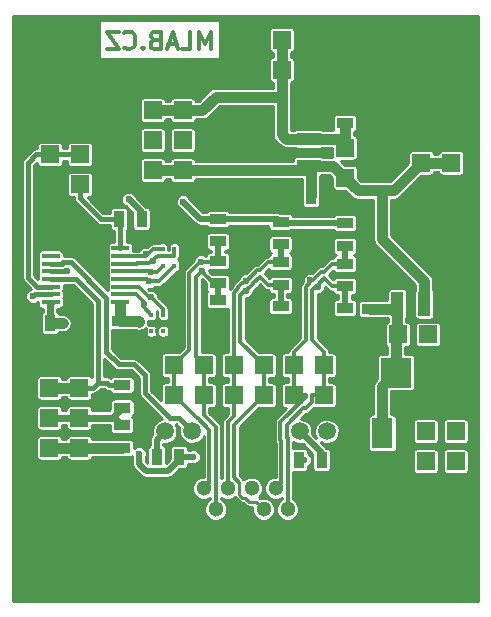
<source format=gbr>
G04 #@! TF.FileFunction,Copper,L2,Bot,Signal*
%FSLAX46Y46*%
G04 Gerber Fmt 4.6, Leading zero omitted, Abs format (unit mm)*
G04 Created by KiCad (PCBNEW 4.0.1-3.201512221401+6198~38~ubuntu15.10.1-stable) date Út 19. leden 2016, 20:09:19 CET*
%MOMM*%
G01*
G04 APERTURE LIST*
%ADD10C,0.300000*%
%ADD11C,5.000000*%
%ADD12C,2.300000*%
%ADD13C,1.300000*%
%ADD14C,1.500000*%
%ADD15R,1.524000X1.524000*%
%ADD16R,1.397000X0.889000*%
%ADD17R,0.889000X1.397000*%
%ADD18R,1.800860X2.499360*%
%ADD19C,6.000000*%
%ADD20R,3.657600X2.032000*%
%ADD21R,1.016000X2.032000*%
%ADD22R,2.032000X3.657600*%
%ADD23R,2.032000X1.016000*%
%ADD24R,1.500000X0.450000*%
%ADD25R,2.550160X2.499360*%
%ADD26R,0.299720X0.449580*%
%ADD27C,0.600000*%
%ADD28C,0.900000*%
%ADD29C,0.250000*%
%ADD30C,0.500000*%
%ADD31C,0.600000*%
%ADD32C,0.400000*%
%ADD33C,0.254000*%
G04 APERTURE END LIST*
D10*
X17338928Y47327429D02*
X17338928Y48827429D01*
X16838928Y47756000D01*
X16338928Y48827429D01*
X16338928Y47327429D01*
X14910356Y47327429D02*
X15624642Y47327429D01*
X15624642Y48827429D01*
X14481785Y47756000D02*
X13767499Y47756000D01*
X14624642Y47327429D02*
X14124642Y48827429D01*
X13624642Y47327429D01*
X12624642Y48113143D02*
X12410356Y48041714D01*
X12338928Y47970286D01*
X12267499Y47827429D01*
X12267499Y47613143D01*
X12338928Y47470286D01*
X12410356Y47398857D01*
X12553214Y47327429D01*
X13124642Y47327429D01*
X13124642Y48827429D01*
X12624642Y48827429D01*
X12481785Y48756000D01*
X12410356Y48684571D01*
X12338928Y48541714D01*
X12338928Y48398857D01*
X12410356Y48256000D01*
X12481785Y48184571D01*
X12624642Y48113143D01*
X13124642Y48113143D01*
X11624642Y47470286D02*
X11553214Y47398857D01*
X11624642Y47327429D01*
X11696071Y47398857D01*
X11624642Y47470286D01*
X11624642Y47327429D01*
X10053213Y47470286D02*
X10124642Y47398857D01*
X10338928Y47327429D01*
X10481785Y47327429D01*
X10696070Y47398857D01*
X10838928Y47541714D01*
X10910356Y47684571D01*
X10981785Y47970286D01*
X10981785Y48184571D01*
X10910356Y48470286D01*
X10838928Y48613143D01*
X10696070Y48756000D01*
X10481785Y48827429D01*
X10338928Y48827429D01*
X10124642Y48756000D01*
X10053213Y48684571D01*
X9553213Y48827429D02*
X8553213Y48827429D01*
X9553213Y47327429D01*
X8553213Y47327429D01*
D11*
X13970000Y5842000D03*
X26670000Y5842000D03*
D12*
X28450000Y9272000D03*
X12190000Y9272000D03*
D13*
X17780000Y8382000D03*
X19810000Y8382000D03*
X21840000Y8382000D03*
X23870000Y8382000D03*
X16760000Y10162000D03*
X18790000Y10162000D03*
X20820000Y10162000D03*
X22850000Y10162000D03*
D14*
X27180000Y14982000D03*
X24890000Y14982000D03*
X15750000Y14982000D03*
X13460000Y14982000D03*
D15*
X35560000Y17526000D03*
X38100000Y17526000D03*
X35560000Y14986000D03*
X38100000Y14986000D03*
X35560000Y12446000D03*
X38100000Y12446000D03*
X35560000Y9906000D03*
X38100000Y9906000D03*
D16*
X30861000Y25336500D03*
X30861000Y23431500D03*
X31877000Y35369500D03*
X31877000Y37274500D03*
D17*
X25844500Y34925000D03*
X23939500Y34925000D03*
D16*
X28702000Y41084500D03*
X28702000Y42989500D03*
D17*
X3746500Y24130000D03*
X1841500Y24130000D03*
D18*
X31877000Y10828020D03*
X31877000Y14825980D03*
D15*
X14224000Y18034000D03*
X14224000Y20574000D03*
X16764000Y18034000D03*
X16764000Y20574000D03*
X19304000Y18034000D03*
X19304000Y20574000D03*
X21844000Y18034000D03*
X21844000Y20574000D03*
X24384000Y18034000D03*
X24384000Y20574000D03*
X26924000Y18034000D03*
X26924000Y20574000D03*
X35179000Y40259000D03*
X37719000Y40259000D03*
X35179000Y37719000D03*
X37719000Y37719000D03*
X35179000Y35179000D03*
X37719000Y35179000D03*
X28702000Y38989000D03*
X28702000Y36449000D03*
X14986000Y37084000D03*
X14986000Y39624000D03*
X14986000Y42164000D03*
X20828000Y45593000D03*
X20828000Y48133000D03*
X23368000Y45593000D03*
X23368000Y48133000D03*
X25908000Y45593000D03*
X25908000Y48133000D03*
X3746500Y35877500D03*
X6286500Y35877500D03*
X6286500Y38417500D03*
X3746500Y38417500D03*
X6223000Y21209000D03*
X3683000Y21209000D03*
X6223000Y13589000D03*
X3683000Y13589000D03*
X6223000Y16129000D03*
X3683000Y16129000D03*
X6223000Y18669000D03*
X3683000Y18669000D03*
X6223000Y11049000D03*
X3683000Y11049000D03*
D19*
X5080000Y45720000D03*
X35560000Y5080000D03*
X5080000Y5080000D03*
X35560000Y45720000D03*
D17*
X24828500Y12573000D03*
X26733500Y12573000D03*
X14668500Y12827000D03*
X12763500Y12827000D03*
D16*
X17957800Y32956500D03*
X17957800Y31051500D03*
X17945100Y29413200D03*
X17945100Y27508200D03*
X17970500Y26098500D03*
X17970500Y24193500D03*
X23266400Y32727900D03*
X23266400Y30822900D03*
X23266400Y29298900D03*
X23266400Y27393900D03*
X23266400Y25565100D03*
X23266400Y23660100D03*
X28702000Y32600900D03*
X28702000Y30695900D03*
X28702000Y29171900D03*
X28702000Y27266900D03*
X28702000Y25438100D03*
X28702000Y23533100D03*
D17*
X9588500Y32956500D03*
X11493500Y32956500D03*
D16*
X9875520Y16987520D03*
X9875520Y18892520D03*
D20*
X35433000Y32385000D03*
D21*
X35433000Y25781000D03*
X33147000Y25781000D03*
X37719000Y25781000D03*
D22*
X19050000Y39751000D03*
D23*
X25654000Y39751000D03*
X25654000Y37465000D03*
X25654000Y42037000D03*
D24*
X3806400Y25919000D03*
X3806400Y26569000D03*
X3806400Y27219000D03*
X3806400Y27869000D03*
X3806400Y28519000D03*
X3806400Y29169000D03*
X3806400Y29819000D03*
X3806400Y30469000D03*
X9706400Y30469000D03*
X9706400Y29819000D03*
X9706400Y29169000D03*
X9706400Y28519000D03*
X9706400Y27869000D03*
X9706400Y27219000D03*
X9706400Y26569000D03*
X9706400Y25919000D03*
D25*
X38084760Y19939000D03*
X33035240Y19939000D03*
D16*
X9652000Y24320500D03*
X9652000Y22415500D03*
D26*
X13322300Y23464520D03*
X12321540Y23464520D03*
X13322300Y24866600D03*
X12821920Y23464520D03*
X12321540Y24866600D03*
X13279120Y30419040D03*
X14279880Y30419040D03*
X13279120Y29016960D03*
X13779500Y30419040D03*
X14279880Y29016960D03*
D15*
X12446000Y37084000D03*
X12446000Y39624000D03*
X12446000Y42164000D03*
X33210500Y23177500D03*
X35750500Y23177500D03*
D16*
X9842500Y15494000D03*
X9842500Y13589000D03*
D27*
X13157200Y22275800D03*
X12390120Y20990560D03*
X23368000Y22034500D03*
X21844000Y22034500D03*
X16764000Y22034500D03*
X18478500Y22034500D03*
X12636500Y18478500D03*
X25273000Y12573000D03*
X15875000Y12827000D03*
X11303000Y13081000D03*
X15013002Y34417000D03*
X11303000Y24257000D03*
X10410237Y34613753D03*
X4826000Y24130000D03*
X5207000Y28575000D03*
X16540751Y29343754D03*
X11835683Y29967272D03*
X16581013Y28529385D03*
X12436723Y29366232D03*
X12265260Y28458937D03*
X20320000Y27730000D03*
X12161520Y27665680D03*
X20320000Y26880000D03*
X25797980Y27796020D03*
X12302020Y26335520D03*
X11700980Y25734480D03*
X26399020Y27194980D03*
X2286000Y26416000D03*
D10*
X13017500Y22415500D02*
X13157200Y22275800D01*
X9652000Y22415500D02*
X13017500Y22415500D01*
X12636500Y20744180D02*
X12390120Y20990560D01*
X12636500Y18478500D02*
X12636500Y20744180D01*
X23266400Y23660100D02*
X23266400Y23456900D01*
X23266400Y23456900D02*
X21844000Y22034500D01*
X17970500Y24193500D02*
X17970500Y22542500D01*
X17970500Y22542500D02*
X18478500Y22034500D01*
D28*
X14986000Y37084000D02*
X25273000Y37084000D01*
X25273000Y37084000D02*
X25654000Y37465000D01*
X12446000Y37084000D02*
X14986000Y37084000D01*
X31877000Y34025000D02*
X31877000Y35369500D01*
X31877000Y31253000D02*
X31877000Y34025000D01*
X35433000Y27697000D02*
X31877000Y31253000D01*
X35433000Y25781000D02*
X35433000Y27697000D01*
X32829500Y35369500D02*
X31877000Y35369500D01*
X35179000Y37719000D02*
X32829500Y35369500D01*
X29781500Y35369500D02*
X28702000Y36449000D01*
X31877000Y35369500D02*
X29781500Y35369500D01*
X27686000Y37465000D02*
X28702000Y36449000D01*
X25654000Y37465000D02*
X27686000Y37465000D01*
X25844500Y37274500D02*
X25654000Y37465000D01*
X25844500Y34925000D02*
X25844500Y37274500D01*
X35179000Y37719000D02*
X37719000Y37719000D01*
X23368000Y40121000D02*
X23368000Y43323509D01*
X23368000Y43323509D02*
X23368000Y43931000D01*
X17780000Y43296000D02*
X23340491Y43296000D01*
X23340491Y43296000D02*
X23368000Y43323509D01*
X25654000Y39751000D02*
X28687783Y39751000D01*
X28687783Y39751000D02*
X28702000Y39765217D01*
X28702000Y39765217D02*
X28702000Y38989000D01*
X28702000Y41084500D02*
X28702000Y39765217D01*
X23368000Y48133000D02*
X23368000Y45593000D01*
X23368000Y43931000D02*
X23368000Y45593000D01*
X23738000Y39751000D02*
X23368000Y40121000D01*
X25654000Y39751000D02*
X23738000Y39751000D01*
X12446000Y42164000D02*
X14986000Y42164000D01*
X16648000Y42164000D02*
X17780000Y43296000D01*
X14986000Y42164000D02*
X16648000Y42164000D01*
D29*
X9706400Y25919000D02*
X9706400Y24374900D01*
X9706400Y24374900D02*
X9652000Y24320500D01*
D30*
X24828500Y12573000D02*
X25273000Y12573000D01*
X14668500Y12827000D02*
X15875000Y12827000D01*
X11303000Y12192000D02*
X11866500Y11628500D01*
X11866500Y11628500D02*
X13724000Y11628500D01*
X13724000Y11628500D02*
X14668500Y12573000D01*
X14668500Y12573000D02*
X14668500Y12827000D01*
X11303000Y13081000D02*
X11303000Y12192000D01*
X28702000Y32600900D02*
X23393400Y32600900D01*
X23393400Y32600900D02*
X23266400Y32727900D01*
X17957800Y32956500D02*
X23037800Y32956500D01*
X23037800Y32956500D02*
X23266400Y32727900D01*
X17957800Y32956500D02*
X16473502Y32956500D01*
X16473502Y32956500D02*
X15013002Y34417000D01*
D28*
X9652000Y24320500D02*
X11239500Y24320500D01*
X11239500Y24320500D02*
X11303000Y24257000D01*
X9652000Y24320500D02*
X9652000Y25665000D01*
X9652000Y25665000D02*
X9680999Y25693999D01*
X9680999Y25693999D02*
X9706400Y25693999D01*
D31*
X8702040Y16129000D02*
X9017000Y16129000D01*
X6223000Y16129000D02*
X8702040Y16129000D01*
X8702040Y16129000D02*
X9207500Y16129000D01*
X9207500Y16129000D02*
X9842500Y15494000D01*
X9017000Y16129000D02*
X9875520Y16987520D01*
D30*
X11493500Y32956500D02*
X11493500Y33530490D01*
X11493500Y33530490D02*
X10410237Y34613753D01*
D28*
X3746500Y24130000D02*
X4826000Y24130000D01*
D31*
X3746500Y24130000D02*
X3746500Y25784099D01*
X3746500Y25784099D02*
X3806400Y25843999D01*
X3873500Y24257000D02*
X3746500Y24130000D01*
X6223000Y16129000D02*
X3683000Y16129000D01*
D30*
X12763500Y12827000D02*
X12763500Y14285500D01*
X12763500Y14285500D02*
X13460000Y14982000D01*
D32*
X3806400Y29169000D02*
X4764998Y29169000D01*
X10861001Y20656501D02*
X11811000Y19706502D01*
X4764998Y29169000D02*
X4870999Y29275001D01*
X4870999Y29275001D02*
X5543001Y29275001D01*
X5543001Y29275001D02*
X8509000Y26309002D01*
X8509000Y26309002D02*
X8509000Y21695498D01*
X8509000Y21695498D02*
X9547997Y20656501D01*
X9547997Y20656501D02*
X10861001Y20656501D01*
X11811000Y19706502D02*
X11811000Y18202998D01*
X11811000Y18202998D02*
X13925783Y16088215D01*
X13925783Y16088215D02*
X14643785Y16088215D01*
X14643785Y16088215D02*
X15750000Y14982000D01*
D30*
X26733500Y12573000D02*
X26733500Y13138500D01*
X26733500Y13138500D02*
X24890000Y14982000D01*
D32*
X3806400Y28519000D02*
X5151000Y28519000D01*
X5151000Y28519000D02*
X5207000Y28575000D01*
D10*
X14224000Y20574000D02*
X15549880Y21899880D01*
X15549880Y21899880D02*
X15549880Y28417520D01*
X15549880Y28417520D02*
X16476114Y29343754D01*
X16476114Y29343754D02*
X16540751Y29343754D01*
X17621654Y29343754D02*
X16965015Y29343754D01*
X16965015Y29343754D02*
X16540751Y29343754D01*
X17691100Y29413200D02*
X17621654Y29343754D01*
X14224000Y18034000D02*
X14224000Y20574000D01*
X13279120Y30419040D02*
X12499583Y30419040D01*
X12499583Y30419040D02*
X12047815Y29967272D01*
X12047815Y29967272D02*
X11835683Y29967272D01*
X18199100Y29413200D02*
X17945100Y29413200D01*
X16760000Y10162000D02*
X17230001Y10632001D01*
X16175999Y16082001D02*
X14224000Y18034000D01*
X17230001Y10632001D02*
X17230001Y15130001D01*
X17230001Y15130001D02*
X16278001Y16082001D01*
X16278001Y16082001D02*
X16175999Y16082001D01*
X9706400Y29819000D02*
X9731413Y29793987D01*
X9731413Y29793987D02*
X11828504Y29793987D01*
X11828504Y29793987D02*
X11835683Y29801166D01*
X11835683Y29801166D02*
X11835683Y29967272D01*
D30*
X17945100Y29413200D02*
X17945100Y31038800D01*
X17945100Y31038800D02*
X17957800Y31051500D01*
D10*
X14279880Y30419040D02*
X14279361Y30418521D01*
X14279361Y30418521D02*
X14279361Y29914249D01*
X14279361Y29914249D02*
X14209361Y29844249D01*
X12849259Y29844249D02*
X12649200Y29644190D01*
X14209361Y29844249D02*
X12849259Y29844249D01*
X12649200Y29644190D02*
X12649200Y29626560D01*
X12649200Y29626560D02*
X12436723Y29414083D01*
X12436723Y29414083D02*
X12436723Y29366232D01*
X17691100Y27508200D02*
X17602198Y27508200D01*
X16281014Y28229386D02*
X16581013Y28529385D01*
X16108401Y28056773D02*
X16281014Y28229386D01*
X16764000Y20574000D02*
X16108401Y21229599D01*
X16108401Y21229599D02*
X16108401Y28056773D01*
X16881012Y28229386D02*
X16581013Y28529385D01*
X17602198Y27508200D02*
X16881012Y28229386D01*
X16764000Y18034000D02*
X16764000Y20574000D01*
X18199100Y27508200D02*
X17945100Y27508200D01*
D30*
X17970500Y26098500D02*
X17970500Y27482800D01*
X17970500Y27482800D02*
X17945100Y27508200D01*
D10*
X17780000Y15357806D02*
X16764000Y16373806D01*
X16764000Y16373806D02*
X16764000Y18034000D01*
X17780000Y8382000D02*
X17780000Y15357806D01*
X12138386Y29234001D02*
X12270617Y29366232D01*
X11143399Y29234001D02*
X12138386Y29234001D01*
X9706400Y29169000D02*
X11078398Y29169000D01*
X11078398Y29169000D02*
X11143399Y29234001D01*
X12270617Y29366232D02*
X12436723Y29366232D01*
D30*
X17957800Y27495500D02*
X17945100Y27508200D01*
D10*
X12689524Y28458937D02*
X12265260Y28458937D01*
X9706400Y28519000D02*
X12205197Y28519000D01*
X12796027Y28458937D02*
X12689524Y28458937D01*
X13279120Y29016960D02*
X13279120Y28942030D01*
X13279120Y28942030D02*
X12796027Y28458937D01*
X12205197Y28519000D02*
X12265260Y28458937D01*
X19304000Y18034000D02*
X19304000Y20574000D01*
X18790000Y15757817D02*
X19304000Y16271817D01*
X18790000Y10162000D02*
X18790000Y15757817D01*
X19304000Y16271817D02*
X19304000Y18034000D01*
X19669999Y27192001D02*
X20007999Y27530001D01*
X20120001Y27530001D02*
X20320000Y27730000D01*
X19669999Y27079999D02*
X19669999Y27192001D01*
X19304000Y20574000D02*
X19304000Y26714000D01*
X19304000Y26714000D02*
X19669999Y27079999D01*
X20007999Y27530001D02*
X20120001Y27530001D01*
X21283583Y28621400D02*
X21541150Y28621400D01*
X20392183Y27730000D02*
X21283583Y28621400D01*
X20320000Y27730000D02*
X20392183Y27730000D01*
X21541150Y28621400D02*
X22218650Y29298900D01*
X22218650Y29298900D02*
X23266400Y29298900D01*
D30*
X23266400Y29298900D02*
X23266400Y30822900D01*
D10*
X9706400Y27869000D02*
X11958200Y27869000D01*
X13003530Y27665680D02*
X12585784Y27665680D01*
X12585784Y27665680D02*
X12161520Y27665680D01*
X14279880Y29016960D02*
X14279880Y28942030D01*
X11958200Y27869000D02*
X12161520Y27665680D01*
X14279880Y28942030D02*
X13003530Y27665680D01*
D29*
X19790001Y10642001D02*
X19790001Y9618119D01*
X19790001Y9618119D02*
X20033581Y9374539D01*
X20033581Y9374539D02*
X20236781Y9374539D01*
X21840000Y8382000D02*
X21190001Y9031999D01*
X21190001Y9031999D02*
X20579321Y9031999D01*
X20579321Y9031999D02*
X20236781Y9374539D01*
D10*
X19339999Y11092003D02*
X19790001Y10642001D01*
X19339999Y15529999D02*
X19339999Y11092003D01*
X21844000Y18034000D02*
X21844000Y20574000D01*
X19339999Y15529999D02*
X19692908Y15882908D01*
X19692908Y15882908D02*
X21844000Y18034000D01*
X21844000Y20574000D02*
X19853999Y22564001D01*
X19853999Y26486182D02*
X20247817Y26880000D01*
X19853999Y22564001D02*
X19853999Y26486182D01*
X20247817Y26880000D02*
X20320000Y26880000D01*
X20320000Y26880000D02*
X20519999Y27079999D01*
X20519999Y27079999D02*
X20632001Y27079999D01*
X20632001Y27079999D02*
X20970001Y27417999D01*
X20970001Y27417999D02*
X20970001Y27530001D01*
X20970001Y27530001D02*
X21511400Y28071400D01*
X21511400Y28071400D02*
X21541150Y28071400D01*
X21541150Y28071400D02*
X22218650Y27393900D01*
X22218650Y27393900D02*
X23266400Y27393900D01*
D30*
X23266400Y25565100D02*
X23266400Y27393900D01*
D10*
X12302020Y26335520D02*
X13322300Y25315240D01*
X13322300Y25315240D02*
X13322300Y24866600D01*
X24384000Y18034000D02*
X24384000Y20574000D01*
X25379000Y17893908D02*
X23320001Y15834909D01*
X23320001Y15834909D02*
X23320001Y15817807D01*
X23320001Y15817807D02*
X23240008Y15737814D01*
X23240009Y14226185D02*
X23320001Y14146193D01*
X23240008Y15737814D02*
X23240009Y14226185D01*
X23320001Y14146193D02*
X23320001Y10632001D01*
X23320001Y10632001D02*
X22850000Y10162000D01*
X24384000Y18034000D02*
X25379000Y18034000D01*
X25379000Y18034000D02*
X25379000Y17893908D01*
X24384000Y20574000D02*
X24384000Y21717000D01*
X24384000Y21717000D02*
X25379000Y22712000D01*
X25379000Y22712000D02*
X25379000Y27164908D01*
X25379000Y27164908D02*
X25797980Y27583888D01*
X25797980Y27583888D02*
X25797980Y27796020D01*
X25797980Y27796020D02*
X26010112Y27796020D01*
X26010112Y27796020D02*
X26708492Y28494400D01*
X26708492Y28494400D02*
X26976750Y28494400D01*
X26976750Y28494400D02*
X27654250Y29171900D01*
X27654250Y29171900D02*
X28702000Y29171900D01*
X9706400Y27219000D02*
X10831400Y27219000D01*
X10831400Y27219000D02*
X10881400Y27169000D01*
X12089888Y26335520D02*
X12302020Y26335520D01*
X10881400Y27169000D02*
X11256408Y27169000D01*
X11256408Y27169000D02*
X12089888Y26335520D01*
X22852380Y10159620D02*
X22850000Y10162000D01*
D30*
X28702000Y29171900D02*
X28702000Y30695900D01*
D10*
X11700980Y25734480D02*
X11700980Y25487160D01*
X11700980Y25487160D02*
X12321540Y24866600D01*
X11700980Y25946612D02*
X11700980Y25734480D01*
X11028592Y26619000D02*
X11700980Y25946612D01*
X10881400Y26619000D02*
X11028592Y26619000D01*
X10831400Y26569000D02*
X10881400Y26619000D01*
X9706400Y26569000D02*
X10831400Y26569000D01*
X26924000Y18034000D02*
X26924000Y20574000D01*
X23870000Y14373998D02*
X23870000Y10632000D01*
X25184907Y16921999D02*
X23870000Y15607092D01*
X23870000Y15607092D02*
X23870000Y15590002D01*
X23870000Y15590002D02*
X23789999Y15510001D01*
X23789999Y14453999D02*
X23870000Y14373998D01*
X23789999Y15510001D02*
X23789999Y14453999D01*
X23870000Y10632000D02*
X23870000Y8382000D01*
X25929000Y17424998D02*
X25426001Y16921999D01*
X25426001Y16921999D02*
X25184907Y16921999D01*
X26924000Y18034000D02*
X25929000Y18034000D01*
X25929000Y18034000D02*
X25929000Y17424998D01*
X26924000Y20574000D02*
X26924000Y21717000D01*
X26186888Y27194980D02*
X26399020Y27194980D01*
X26924000Y21717000D02*
X25929000Y22712000D01*
X25929000Y22712000D02*
X25929000Y26937092D01*
X25929000Y26937092D02*
X26186888Y27194980D01*
X26399020Y27407112D02*
X26936308Y27944400D01*
X26936308Y27944400D02*
X26976750Y27944400D01*
X27654250Y27266900D02*
X28702000Y27266900D01*
X26399020Y27194980D02*
X26399020Y27407112D01*
X26976750Y27944400D02*
X27654250Y27266900D01*
D30*
X28702000Y25438100D02*
X28702000Y27266900D01*
D32*
X6286500Y35877500D02*
X6286500Y34715500D01*
X6286500Y34715500D02*
X8045500Y32956500D01*
X8045500Y32956500D02*
X8744000Y32956500D01*
X8744000Y32956500D02*
X9588500Y32956500D01*
X9706400Y30469000D02*
X9706400Y32838600D01*
X9706400Y32838600D02*
X9588500Y32956500D01*
D28*
X9842500Y13589000D02*
X6223000Y13589000D01*
D32*
X3806400Y26569000D02*
X2439000Y26569000D01*
X2439000Y26569000D02*
X2286000Y26416000D01*
D28*
X6223000Y13589000D02*
X3683000Y13589000D01*
D32*
X9875520Y18892520D02*
X8777020Y18892520D01*
X8777020Y18892520D02*
X8575040Y19094500D01*
X8575040Y19094500D02*
X7810500Y19094500D01*
X6223000Y18669000D02*
X7385000Y18669000D01*
X7385000Y18669000D02*
X7810500Y19094500D01*
X7810500Y19094500D02*
X7810500Y19812000D01*
X3806400Y27869000D02*
X5913000Y27869000D01*
X5913000Y27869000D02*
X7810500Y25971500D01*
X7810500Y25971500D02*
X7810500Y19812000D01*
D28*
X6223000Y18669000D02*
X3683000Y18669000D01*
D32*
X3746500Y38417500D02*
X6286500Y38417500D01*
X2656400Y27219000D02*
X1905000Y27970400D01*
X3806400Y27219000D02*
X2656400Y27219000D01*
X2584500Y38417500D02*
X3746500Y38417500D01*
X1905000Y37738000D02*
X2584500Y38417500D01*
X1905000Y27970400D02*
X1905000Y37738000D01*
D28*
X31656020Y14605000D02*
X31877000Y14825980D01*
X32702500Y25336500D02*
X33147000Y25781000D01*
X30861000Y25336500D02*
X32702500Y25336500D01*
X31877000Y18780760D02*
X33035240Y19939000D01*
X31877000Y14825980D02*
X31877000Y18780760D01*
X33035240Y23002240D02*
X33210500Y23177500D01*
X33035240Y19939000D02*
X33035240Y23002240D01*
X33147000Y23241000D02*
X33210500Y23177500D01*
X33147000Y25781000D02*
X33147000Y23241000D01*
D33*
G36*
X40009000Y631000D02*
X631000Y631000D01*
X631000Y16891000D01*
X2587594Y16891000D01*
X2587594Y15367000D01*
X2610395Y15245821D01*
X2682012Y15134526D01*
X2791286Y15059862D01*
X2921000Y15033594D01*
X4445000Y15033594D01*
X4566179Y15056395D01*
X4677474Y15128012D01*
X4752138Y15237286D01*
X4778406Y15367000D01*
X4778406Y15502000D01*
X5127594Y15502000D01*
X5127594Y15367000D01*
X5150395Y15245821D01*
X5222012Y15134526D01*
X5331286Y15059862D01*
X5461000Y15033594D01*
X6985000Y15033594D01*
X7106179Y15056395D01*
X7217474Y15128012D01*
X7292138Y15237286D01*
X7318406Y15367000D01*
X7318406Y15502000D01*
X8810594Y15502000D01*
X8810594Y15049500D01*
X8833395Y14928321D01*
X8905012Y14817026D01*
X9014286Y14742362D01*
X9144000Y14716094D01*
X10541000Y14716094D01*
X10662179Y14738895D01*
X10773474Y14810512D01*
X10848138Y14919786D01*
X10874406Y15049500D01*
X10874406Y15938500D01*
X10851605Y16059679D01*
X10779988Y16170974D01*
X10691175Y16231658D01*
X10695199Y16232415D01*
X10806494Y16304032D01*
X10881158Y16413306D01*
X10907426Y16543020D01*
X10907426Y17432020D01*
X10884625Y17553199D01*
X10813008Y17664494D01*
X10703734Y17739158D01*
X10574020Y17765426D01*
X9177020Y17765426D01*
X9055841Y17742625D01*
X8944546Y17671008D01*
X8869882Y17561734D01*
X8843614Y17432020D01*
X8843614Y16842326D01*
X8757288Y16756000D01*
X7318406Y16756000D01*
X7318406Y16891000D01*
X7295605Y17012179D01*
X7223988Y17123474D01*
X7114714Y17198138D01*
X6985000Y17224406D01*
X5461000Y17224406D01*
X5339821Y17201605D01*
X5228526Y17129988D01*
X5153862Y17020714D01*
X5127594Y16891000D01*
X5127594Y16756000D01*
X4778406Y16756000D01*
X4778406Y16891000D01*
X4755605Y17012179D01*
X4683988Y17123474D01*
X4574714Y17198138D01*
X4445000Y17224406D01*
X2921000Y17224406D01*
X2799821Y17201605D01*
X2688526Y17129988D01*
X2613862Y17020714D01*
X2587594Y16891000D01*
X631000Y16891000D01*
X631000Y37738000D01*
X1378000Y37738000D01*
X1378000Y27970400D01*
X1418115Y27768725D01*
X1532355Y27597755D01*
X2108879Y27021231D01*
X1931297Y26947855D01*
X1754765Y26771631D01*
X1659109Y26541265D01*
X1658891Y26291829D01*
X1754145Y26061297D01*
X1930369Y25884765D01*
X2160735Y25789109D01*
X2410171Y25788891D01*
X2640703Y25884145D01*
X2722994Y25966292D01*
X2722994Y25694000D01*
X2745795Y25572821D01*
X2817412Y25461526D01*
X2926686Y25386862D01*
X3056400Y25360594D01*
X3119500Y25360594D01*
X3119500Y25099646D01*
X3069526Y25067488D01*
X2994862Y24958214D01*
X2968594Y24828500D01*
X2968594Y23431500D01*
X2991395Y23310321D01*
X3063012Y23199026D01*
X3172286Y23124362D01*
X3302000Y23098094D01*
X4191000Y23098094D01*
X4312179Y23120895D01*
X4423474Y23192512D01*
X4498138Y23301786D01*
X4508509Y23353000D01*
X4826000Y23353000D01*
X5123345Y23412146D01*
X5375422Y23580578D01*
X5543854Y23832655D01*
X5603000Y24130000D01*
X5543854Y24427345D01*
X5375422Y24679422D01*
X5123345Y24847854D01*
X4826000Y24907000D01*
X4509635Y24907000D01*
X4501605Y24949679D01*
X4429988Y25060974D01*
X4373500Y25099571D01*
X4373500Y25360594D01*
X4556400Y25360594D01*
X4677579Y25383395D01*
X4788874Y25455012D01*
X4863538Y25564286D01*
X4889806Y25694000D01*
X4889806Y26144000D01*
X4870299Y26247673D01*
X4889806Y26344000D01*
X4889806Y26794000D01*
X4870299Y26897673D01*
X4889806Y26994000D01*
X4889806Y27342000D01*
X5694710Y27342000D01*
X7283500Y25753210D01*
X7283500Y19570991D01*
X7223988Y19663474D01*
X7114714Y19738138D01*
X6985000Y19764406D01*
X5461000Y19764406D01*
X5339821Y19741605D01*
X5228526Y19669988D01*
X5153862Y19560714D01*
X5130632Y19446000D01*
X4775584Y19446000D01*
X4755605Y19552179D01*
X4683988Y19663474D01*
X4574714Y19738138D01*
X4445000Y19764406D01*
X2921000Y19764406D01*
X2799821Y19741605D01*
X2688526Y19669988D01*
X2613862Y19560714D01*
X2587594Y19431000D01*
X2587594Y17907000D01*
X2610395Y17785821D01*
X2682012Y17674526D01*
X2791286Y17599862D01*
X2921000Y17573594D01*
X4445000Y17573594D01*
X4566179Y17596395D01*
X4677474Y17668012D01*
X4752138Y17777286D01*
X4775368Y17892000D01*
X5130416Y17892000D01*
X5150395Y17785821D01*
X5222012Y17674526D01*
X5331286Y17599862D01*
X5461000Y17573594D01*
X6985000Y17573594D01*
X7106179Y17596395D01*
X7217474Y17668012D01*
X7292138Y17777286D01*
X7318406Y17907000D01*
X7318406Y18142000D01*
X7385000Y18142000D01*
X7586675Y18182115D01*
X7757645Y18296355D01*
X8028790Y18567500D01*
X8356750Y18567500D01*
X8404375Y18519875D01*
X8575345Y18405635D01*
X8777020Y18365520D01*
X8859137Y18365520D01*
X8866415Y18326841D01*
X8938032Y18215546D01*
X9047306Y18140882D01*
X9177020Y18114614D01*
X10574020Y18114614D01*
X10695199Y18137415D01*
X10806494Y18209032D01*
X10881158Y18318306D01*
X10907426Y18448020D01*
X10907426Y19337020D01*
X10884625Y19458199D01*
X10813008Y19569494D01*
X10703734Y19644158D01*
X10574020Y19670426D01*
X9177020Y19670426D01*
X9055841Y19647625D01*
X8944546Y19576008D01*
X8894462Y19502708D01*
X8776715Y19581385D01*
X8575040Y19621500D01*
X8337500Y19621500D01*
X8337500Y21121708D01*
X9175352Y20283855D01*
X9346323Y20169616D01*
X9547997Y20129501D01*
X10642711Y20129501D01*
X11284000Y19488211D01*
X11284000Y18202998D01*
X11324115Y18001323D01*
X11438355Y17830353D01*
X13220395Y16048313D01*
X12850725Y15895569D01*
X12547496Y15592868D01*
X12383187Y15197168D01*
X12382813Y14768711D01*
X12396817Y14734819D01*
X12355499Y14693501D01*
X12230422Y14506308D01*
X12186499Y14285500D01*
X12186500Y14285495D01*
X12186500Y13828820D01*
X12086526Y13764488D01*
X12011862Y13655214D01*
X11985594Y13525500D01*
X11985594Y12325408D01*
X11880000Y12431002D01*
X11880000Y12835584D01*
X11929891Y12955735D01*
X11930109Y13205171D01*
X11834855Y13435703D01*
X11658631Y13612235D01*
X11428265Y13707891D01*
X11178829Y13708109D01*
X10948297Y13612855D01*
X10874406Y13539093D01*
X10874406Y14033500D01*
X10851605Y14154679D01*
X10779988Y14265974D01*
X10670714Y14340638D01*
X10541000Y14366906D01*
X9144000Y14366906D01*
X9139185Y14366000D01*
X7315584Y14366000D01*
X7295605Y14472179D01*
X7223988Y14583474D01*
X7114714Y14658138D01*
X6985000Y14684406D01*
X5461000Y14684406D01*
X5339821Y14661605D01*
X5228526Y14589988D01*
X5153862Y14480714D01*
X5130632Y14366000D01*
X4775584Y14366000D01*
X4755605Y14472179D01*
X4683988Y14583474D01*
X4574714Y14658138D01*
X4445000Y14684406D01*
X2921000Y14684406D01*
X2799821Y14661605D01*
X2688526Y14589988D01*
X2613862Y14480714D01*
X2587594Y14351000D01*
X2587594Y12827000D01*
X2610395Y12705821D01*
X2682012Y12594526D01*
X2791286Y12519862D01*
X2921000Y12493594D01*
X4445000Y12493594D01*
X4566179Y12516395D01*
X4677474Y12588012D01*
X4752138Y12697286D01*
X4775368Y12812000D01*
X5130416Y12812000D01*
X5150395Y12705821D01*
X5222012Y12594526D01*
X5331286Y12519862D01*
X5461000Y12493594D01*
X6985000Y12493594D01*
X7106179Y12516395D01*
X7217474Y12588012D01*
X7292138Y12697286D01*
X7315368Y12812000D01*
X9139526Y12812000D01*
X9144000Y12811094D01*
X10541000Y12811094D01*
X10662179Y12833895D01*
X10713137Y12866686D01*
X10726000Y12835556D01*
X10726000Y12192005D01*
X10725999Y12192000D01*
X10769922Y11971192D01*
X10894999Y11783999D01*
X11458497Y11220502D01*
X11458499Y11220499D01*
X11625371Y11109000D01*
X11645692Y11095422D01*
X11866500Y11051500D01*
X13723995Y11051500D01*
X13724000Y11051499D01*
X13944808Y11095422D01*
X14132001Y11220499D01*
X14706595Y11795094D01*
X15113000Y11795094D01*
X15234179Y11817895D01*
X15345474Y11889512D01*
X15420138Y11998786D01*
X15446406Y12128500D01*
X15446406Y12250000D01*
X15629584Y12250000D01*
X15749735Y12200109D01*
X15999171Y12199891D01*
X16229703Y12295145D01*
X16406235Y12471369D01*
X16501891Y12701735D01*
X16502109Y12951171D01*
X16406855Y13181703D01*
X16230631Y13358235D01*
X16000265Y13453891D01*
X15750829Y13454109D01*
X15629556Y13404000D01*
X15446406Y13404000D01*
X15446406Y13525500D01*
X15423605Y13646679D01*
X15351988Y13757974D01*
X15242714Y13832638D01*
X15113000Y13858906D01*
X14224000Y13858906D01*
X14102821Y13836105D01*
X13991526Y13764488D01*
X13916862Y13655214D01*
X13890594Y13525500D01*
X13890594Y12611095D01*
X13541406Y12261908D01*
X13541406Y13525500D01*
X13518605Y13646679D01*
X13446988Y13757974D01*
X13340500Y13830734D01*
X13340500Y13905103D01*
X13673289Y13904813D01*
X14069275Y14068431D01*
X14372504Y14371132D01*
X14536813Y14766832D01*
X14537187Y15195289D01*
X14385990Y15561215D01*
X14425495Y15561215D01*
X14707326Y15279384D01*
X14673187Y15197168D01*
X14672813Y14768711D01*
X14836431Y14372725D01*
X15139132Y14069496D01*
X15534832Y13905187D01*
X15963289Y13904813D01*
X16359275Y14068431D01*
X16662504Y14371132D01*
X16753001Y14589073D01*
X16753001Y11139007D01*
X16566515Y11139170D01*
X16207297Y10990744D01*
X15932222Y10716149D01*
X15783170Y10357190D01*
X15782830Y9968515D01*
X15931256Y9609297D01*
X16205851Y9334222D01*
X16564810Y9185170D01*
X16953485Y9184830D01*
X17303000Y9329247D01*
X17303000Y9242024D01*
X17227297Y9210744D01*
X16952222Y8936149D01*
X16803170Y8577190D01*
X16802830Y8188515D01*
X16951256Y7829297D01*
X17225851Y7554222D01*
X17584810Y7405170D01*
X17973485Y7404830D01*
X18332703Y7553256D01*
X18607778Y7827851D01*
X18756830Y8186810D01*
X18757170Y8575485D01*
X18608744Y8934703D01*
X18334149Y9209778D01*
X18257000Y9241813D01*
X18257000Y9325440D01*
X18594810Y9185170D01*
X18983485Y9184830D01*
X19342703Y9333256D01*
X19405370Y9395814D01*
X19470389Y9298507D01*
X19713969Y9054927D01*
X19860608Y8956945D01*
X20033581Y8922539D01*
X20049557Y8922539D01*
X20259709Y8712387D01*
X20406348Y8614405D01*
X20579321Y8579999D01*
X20864336Y8579999D01*
X20863170Y8577190D01*
X20862830Y8188515D01*
X21011256Y7829297D01*
X21285851Y7554222D01*
X21644810Y7405170D01*
X22033485Y7404830D01*
X22392703Y7553256D01*
X22667778Y7827851D01*
X22816830Y8186810D01*
X22817170Y8575485D01*
X22668744Y8934703D01*
X22394149Y9209778D01*
X22035190Y9358830D01*
X21646515Y9359170D01*
X21544292Y9316932D01*
X21509613Y9351611D01*
X21438614Y9399052D01*
X21647778Y9607851D01*
X21796830Y9966810D01*
X21796831Y9968515D01*
X21872830Y9968515D01*
X22021256Y9609297D01*
X22295851Y9334222D01*
X22654810Y9185170D01*
X23043485Y9184830D01*
X23393000Y9329247D01*
X23393000Y9242024D01*
X23317297Y9210744D01*
X23042222Y8936149D01*
X22893170Y8577190D01*
X22892830Y8188515D01*
X23041256Y7829297D01*
X23315851Y7554222D01*
X23674810Y7405170D01*
X24063485Y7404830D01*
X24422703Y7553256D01*
X24697778Y7827851D01*
X24846830Y8186810D01*
X24847170Y8575485D01*
X24698744Y8934703D01*
X24424149Y9209778D01*
X24347000Y9241813D01*
X24347000Y11548587D01*
X24384000Y11541094D01*
X25273000Y11541094D01*
X25394179Y11563895D01*
X25505474Y11635512D01*
X25580138Y11744786D01*
X25606406Y11874500D01*
X25606406Y12032345D01*
X25627703Y12041145D01*
X25804235Y12217369D01*
X25899891Y12447735D01*
X25900109Y12697171D01*
X25804855Y12927703D01*
X25628631Y13104235D01*
X25606406Y13113464D01*
X25606406Y13271500D01*
X25583605Y13392679D01*
X25511988Y13503974D01*
X25402714Y13578638D01*
X25273000Y13604906D01*
X24384000Y13604906D01*
X24347000Y13597944D01*
X24347000Y14041315D01*
X24674832Y13905187D01*
X25103289Y13904813D01*
X25137181Y13918817D01*
X25955594Y13100405D01*
X25955594Y11874500D01*
X25978395Y11753321D01*
X26050012Y11642026D01*
X26159286Y11567362D01*
X26289000Y11541094D01*
X27178000Y11541094D01*
X27299179Y11563895D01*
X27410474Y11635512D01*
X27485138Y11744786D01*
X27511406Y11874500D01*
X27511406Y13208000D01*
X34464594Y13208000D01*
X34464594Y11684000D01*
X34487395Y11562821D01*
X34559012Y11451526D01*
X34668286Y11376862D01*
X34798000Y11350594D01*
X36322000Y11350594D01*
X36443179Y11373395D01*
X36554474Y11445012D01*
X36629138Y11554286D01*
X36655406Y11684000D01*
X36655406Y13208000D01*
X37004594Y13208000D01*
X37004594Y11684000D01*
X37027395Y11562821D01*
X37099012Y11451526D01*
X37208286Y11376862D01*
X37338000Y11350594D01*
X38862000Y11350594D01*
X38983179Y11373395D01*
X39094474Y11445012D01*
X39169138Y11554286D01*
X39195406Y11684000D01*
X39195406Y13208000D01*
X39172605Y13329179D01*
X39100988Y13440474D01*
X38991714Y13515138D01*
X38862000Y13541406D01*
X37338000Y13541406D01*
X37216821Y13518605D01*
X37105526Y13446988D01*
X37030862Y13337714D01*
X37004594Y13208000D01*
X36655406Y13208000D01*
X36632605Y13329179D01*
X36560988Y13440474D01*
X36451714Y13515138D01*
X36322000Y13541406D01*
X34798000Y13541406D01*
X34676821Y13518605D01*
X34565526Y13446988D01*
X34490862Y13337714D01*
X34464594Y13208000D01*
X27511406Y13208000D01*
X27511406Y13271500D01*
X27488605Y13392679D01*
X27416988Y13503974D01*
X27307714Y13578638D01*
X27178000Y13604906D01*
X27083095Y13604906D01*
X26653565Y14034436D01*
X26964832Y13905187D01*
X27393289Y13904813D01*
X27789275Y14068431D01*
X28092504Y14371132D01*
X28256813Y14766832D01*
X28257187Y15195289D01*
X28093569Y15591275D01*
X27790868Y15894504D01*
X27395168Y16058813D01*
X26966711Y16059187D01*
X26570725Y15895569D01*
X26267496Y15592868D01*
X26103187Y15197168D01*
X26102813Y14768711D01*
X26232037Y14455964D01*
X25953421Y14734581D01*
X25966813Y14766832D01*
X25967187Y15195289D01*
X25803569Y15591275D01*
X25500868Y15894504D01*
X25105168Y16058813D01*
X24996396Y16058908D01*
X25382487Y16444999D01*
X25426001Y16444999D01*
X25608541Y16481308D01*
X25763291Y16584709D01*
X26124725Y16946143D01*
X26162000Y16938594D01*
X27686000Y16938594D01*
X27807179Y16961395D01*
X27918474Y17033012D01*
X27993138Y17142286D01*
X28019406Y17272000D01*
X28019406Y18796000D01*
X27996605Y18917179D01*
X27924988Y19028474D01*
X27815714Y19103138D01*
X27686000Y19129406D01*
X27401000Y19129406D01*
X27401000Y19478594D01*
X27686000Y19478594D01*
X27807179Y19501395D01*
X27918474Y19573012D01*
X27993138Y19682286D01*
X28019406Y19812000D01*
X28019406Y21336000D01*
X27996605Y21457179D01*
X27924988Y21568474D01*
X27815714Y21643138D01*
X27686000Y21669406D01*
X27401000Y21669406D01*
X27401000Y21717000D01*
X27364691Y21899540D01*
X27364691Y21899541D01*
X27261290Y22054290D01*
X26406000Y22909580D01*
X26406000Y26567973D01*
X26523191Y26567871D01*
X26753723Y26663125D01*
X26930255Y26839349D01*
X27025911Y27069715D01*
X27026043Y27220527D01*
X27316960Y26929610D01*
X27471710Y26826209D01*
X27654250Y26789900D01*
X27676209Y26789900D01*
X27692895Y26701221D01*
X27764512Y26589926D01*
X27873786Y26515262D01*
X28003500Y26488994D01*
X28125000Y26488994D01*
X28125000Y26216006D01*
X28003500Y26216006D01*
X27882321Y26193205D01*
X27771026Y26121588D01*
X27696362Y26012314D01*
X27670094Y25882600D01*
X27670094Y24993600D01*
X27692895Y24872421D01*
X27764512Y24761126D01*
X27873786Y24686462D01*
X28003500Y24660194D01*
X29400500Y24660194D01*
X29521679Y24682995D01*
X29632974Y24754612D01*
X29707638Y24863886D01*
X29733906Y24993600D01*
X29733906Y25781000D01*
X29829094Y25781000D01*
X29829094Y24892000D01*
X29851895Y24770821D01*
X29923512Y24659526D01*
X30032786Y24584862D01*
X30162500Y24558594D01*
X31559500Y24558594D01*
X31564315Y24559500D01*
X32370000Y24559500D01*
X32370000Y24258135D01*
X32327321Y24250105D01*
X32216026Y24178488D01*
X32141362Y24069214D01*
X32115094Y23939500D01*
X32115094Y22415500D01*
X32137895Y22294321D01*
X32209512Y22183026D01*
X32258240Y22149731D01*
X32258240Y21522086D01*
X31760160Y21522086D01*
X31638981Y21499285D01*
X31527686Y21427668D01*
X31453022Y21318394D01*
X31426754Y21188680D01*
X31426754Y19429358D01*
X31327578Y19330182D01*
X31159146Y19078105D01*
X31100000Y18780760D01*
X31100000Y16409066D01*
X30976570Y16409066D01*
X30855391Y16386265D01*
X30744096Y16314648D01*
X30669432Y16205374D01*
X30643164Y16075660D01*
X30643164Y13576300D01*
X30665965Y13455121D01*
X30737582Y13343826D01*
X30846856Y13269162D01*
X30976570Y13242894D01*
X32777430Y13242894D01*
X32898609Y13265695D01*
X33009904Y13337312D01*
X33084568Y13446586D01*
X33110836Y13576300D01*
X33110836Y15748000D01*
X34464594Y15748000D01*
X34464594Y14224000D01*
X34487395Y14102821D01*
X34559012Y13991526D01*
X34668286Y13916862D01*
X34798000Y13890594D01*
X36322000Y13890594D01*
X36443179Y13913395D01*
X36554474Y13985012D01*
X36629138Y14094286D01*
X36655406Y14224000D01*
X36655406Y15748000D01*
X37004594Y15748000D01*
X37004594Y14224000D01*
X37027395Y14102821D01*
X37099012Y13991526D01*
X37208286Y13916862D01*
X37338000Y13890594D01*
X38862000Y13890594D01*
X38983179Y13913395D01*
X39094474Y13985012D01*
X39169138Y14094286D01*
X39195406Y14224000D01*
X39195406Y15748000D01*
X39172605Y15869179D01*
X39100988Y15980474D01*
X38991714Y16055138D01*
X38862000Y16081406D01*
X37338000Y16081406D01*
X37216821Y16058605D01*
X37105526Y15986988D01*
X37030862Y15877714D01*
X37004594Y15748000D01*
X36655406Y15748000D01*
X36632605Y15869179D01*
X36560988Y15980474D01*
X36451714Y16055138D01*
X36322000Y16081406D01*
X34798000Y16081406D01*
X34676821Y16058605D01*
X34565526Y15986988D01*
X34490862Y15877714D01*
X34464594Y15748000D01*
X33110836Y15748000D01*
X33110836Y16075660D01*
X33088035Y16196839D01*
X33016418Y16308134D01*
X32907144Y16382798D01*
X32777430Y16409066D01*
X32654000Y16409066D01*
X32654000Y18355914D01*
X34310320Y18355914D01*
X34431499Y18378715D01*
X34542794Y18450332D01*
X34617458Y18559606D01*
X34643726Y18689320D01*
X34643726Y21188680D01*
X34620925Y21309859D01*
X34549308Y21421154D01*
X34440034Y21495818D01*
X34310320Y21522086D01*
X33812240Y21522086D01*
X33812240Y22082094D01*
X33972500Y22082094D01*
X34093679Y22104895D01*
X34204974Y22176512D01*
X34279638Y22285786D01*
X34305906Y22415500D01*
X34305906Y23939500D01*
X34655094Y23939500D01*
X34655094Y22415500D01*
X34677895Y22294321D01*
X34749512Y22183026D01*
X34858786Y22108362D01*
X34988500Y22082094D01*
X36512500Y22082094D01*
X36633679Y22104895D01*
X36744974Y22176512D01*
X36819638Y22285786D01*
X36845906Y22415500D01*
X36845906Y23939500D01*
X36823105Y24060679D01*
X36751488Y24171974D01*
X36642214Y24246638D01*
X36512500Y24272906D01*
X34988500Y24272906D01*
X34867321Y24250105D01*
X34756026Y24178488D01*
X34681362Y24069214D01*
X34655094Y23939500D01*
X34305906Y23939500D01*
X34283105Y24060679D01*
X34211488Y24171974D01*
X34102214Y24246638D01*
X33972500Y24272906D01*
X33924000Y24272906D01*
X33924000Y24579469D01*
X33962138Y24635286D01*
X33988406Y24765000D01*
X33988406Y26797000D01*
X33965605Y26918179D01*
X33893988Y27029474D01*
X33784714Y27104138D01*
X33655000Y27130406D01*
X32639000Y27130406D01*
X32517821Y27107605D01*
X32406526Y27035988D01*
X32331862Y26926714D01*
X32305594Y26797000D01*
X32305594Y26113500D01*
X31563974Y26113500D01*
X31559500Y26114406D01*
X30162500Y26114406D01*
X30041321Y26091605D01*
X29930026Y26019988D01*
X29855362Y25910714D01*
X29829094Y25781000D01*
X29733906Y25781000D01*
X29733906Y25882600D01*
X29711105Y26003779D01*
X29639488Y26115074D01*
X29530214Y26189738D01*
X29400500Y26216006D01*
X29279000Y26216006D01*
X29279000Y26488994D01*
X29400500Y26488994D01*
X29521679Y26511795D01*
X29632974Y26583412D01*
X29707638Y26692686D01*
X29733906Y26822400D01*
X29733906Y27711400D01*
X29711105Y27832579D01*
X29639488Y27943874D01*
X29530214Y28018538D01*
X29400500Y28044806D01*
X28003500Y28044806D01*
X27882321Y28022005D01*
X27771026Y27950388D01*
X27720008Y27875722D01*
X27376330Y28219400D01*
X27720403Y28563473D01*
X27764512Y28494926D01*
X27873786Y28420262D01*
X28003500Y28393994D01*
X29400500Y28393994D01*
X29521679Y28416795D01*
X29632974Y28488412D01*
X29707638Y28597686D01*
X29733906Y28727400D01*
X29733906Y29616400D01*
X29711105Y29737579D01*
X29639488Y29848874D01*
X29530214Y29923538D01*
X29481930Y29933316D01*
X29521679Y29940795D01*
X29632974Y30012412D01*
X29707638Y30121686D01*
X29733906Y30251400D01*
X29733906Y31140400D01*
X29711105Y31261579D01*
X29639488Y31372874D01*
X29530214Y31447538D01*
X29400500Y31473806D01*
X28003500Y31473806D01*
X27882321Y31451005D01*
X27771026Y31379388D01*
X27696362Y31270114D01*
X27670094Y31140400D01*
X27670094Y30251400D01*
X27692895Y30130221D01*
X27764512Y30018926D01*
X27873786Y29944262D01*
X27922070Y29934484D01*
X27882321Y29927005D01*
X27771026Y29855388D01*
X27696362Y29746114D01*
X27676675Y29648900D01*
X27654250Y29648900D01*
X27471710Y29612591D01*
X27316960Y29509190D01*
X26779170Y28971400D01*
X26708492Y28971400D01*
X26525951Y28935091D01*
X26371202Y28831690D01*
X25950928Y28411416D01*
X25923245Y28422911D01*
X25673809Y28423129D01*
X25443277Y28327875D01*
X25266745Y28151651D01*
X25171089Y27921285D01*
X25170871Y27671849D01*
X25182710Y27643198D01*
X25041710Y27502198D01*
X24938309Y27347448D01*
X24902000Y27164908D01*
X24902000Y22909580D01*
X24046710Y22054290D01*
X23943309Y21899540D01*
X23907000Y21717000D01*
X23907000Y21669406D01*
X23622000Y21669406D01*
X23500821Y21646605D01*
X23389526Y21574988D01*
X23314862Y21465714D01*
X23288594Y21336000D01*
X23288594Y19812000D01*
X23311395Y19690821D01*
X23383012Y19579526D01*
X23492286Y19504862D01*
X23622000Y19478594D01*
X23907000Y19478594D01*
X23907000Y19129406D01*
X23622000Y19129406D01*
X23500821Y19106605D01*
X23389526Y19034988D01*
X23314862Y18925714D01*
X23288594Y18796000D01*
X23288594Y17272000D01*
X23311395Y17150821D01*
X23383012Y17039526D01*
X23492286Y16964862D01*
X23622000Y16938594D01*
X23749106Y16938594D01*
X22982711Y16172199D01*
X22948273Y16120659D01*
X22902718Y16075104D01*
X22799317Y15920354D01*
X22763008Y15737814D01*
X22763009Y14226185D01*
X22799318Y14043645D01*
X22843001Y13978269D01*
X22843001Y11139007D01*
X22656515Y11139170D01*
X22297297Y10990744D01*
X22022222Y10716149D01*
X21873170Y10357190D01*
X21872830Y9968515D01*
X21796831Y9968515D01*
X21797170Y10355485D01*
X21648744Y10714703D01*
X21374149Y10989778D01*
X21015190Y11138830D01*
X20626515Y11139170D01*
X20267297Y10990744D01*
X20178720Y10902322D01*
X20127291Y10979291D01*
X19816999Y11289583D01*
X19816999Y15332419D01*
X21423174Y16938594D01*
X22606000Y16938594D01*
X22727179Y16961395D01*
X22838474Y17033012D01*
X22913138Y17142286D01*
X22939406Y17272000D01*
X22939406Y18796000D01*
X22916605Y18917179D01*
X22844988Y19028474D01*
X22735714Y19103138D01*
X22606000Y19129406D01*
X22321000Y19129406D01*
X22321000Y19478594D01*
X22606000Y19478594D01*
X22727179Y19501395D01*
X22838474Y19573012D01*
X22913138Y19682286D01*
X22939406Y19812000D01*
X22939406Y21336000D01*
X22916605Y21457179D01*
X22844988Y21568474D01*
X22735714Y21643138D01*
X22606000Y21669406D01*
X21423174Y21669406D01*
X20330999Y22761581D01*
X20330999Y26252990D01*
X20444171Y26252891D01*
X20674703Y26348145D01*
X20851235Y26524369D01*
X20931378Y26717377D01*
X20969291Y26742709D01*
X21307291Y27080709D01*
X21410692Y27235459D01*
X21425752Y27311172D01*
X21526275Y27411695D01*
X21881360Y27056610D01*
X22036110Y26953209D01*
X22218650Y26916900D01*
X22240609Y26916900D01*
X22257295Y26828221D01*
X22328912Y26716926D01*
X22438186Y26642262D01*
X22567900Y26615994D01*
X22689400Y26615994D01*
X22689400Y26343006D01*
X22567900Y26343006D01*
X22446721Y26320205D01*
X22335426Y26248588D01*
X22260762Y26139314D01*
X22234494Y26009600D01*
X22234494Y25120600D01*
X22257295Y24999421D01*
X22328912Y24888126D01*
X22438186Y24813462D01*
X22567900Y24787194D01*
X23964900Y24787194D01*
X24086079Y24809995D01*
X24197374Y24881612D01*
X24272038Y24990886D01*
X24298306Y25120600D01*
X24298306Y26009600D01*
X24275505Y26130779D01*
X24203888Y26242074D01*
X24094614Y26316738D01*
X23964900Y26343006D01*
X23843400Y26343006D01*
X23843400Y26615994D01*
X23964900Y26615994D01*
X24086079Y26638795D01*
X24197374Y26710412D01*
X24272038Y26819686D01*
X24298306Y26949400D01*
X24298306Y27838400D01*
X24275505Y27959579D01*
X24203888Y28070874D01*
X24094614Y28145538D01*
X23964900Y28171806D01*
X22567900Y28171806D01*
X22446721Y28149005D01*
X22335426Y28077388D01*
X22284408Y28002722D01*
X21940730Y28346400D01*
X22284803Y28690473D01*
X22328912Y28621926D01*
X22438186Y28547262D01*
X22567900Y28520994D01*
X23964900Y28520994D01*
X24086079Y28543795D01*
X24197374Y28615412D01*
X24272038Y28724686D01*
X24298306Y28854400D01*
X24298306Y29743400D01*
X24275505Y29864579D01*
X24203888Y29975874D01*
X24094614Y30050538D01*
X24046330Y30060316D01*
X24086079Y30067795D01*
X24197374Y30139412D01*
X24272038Y30248686D01*
X24298306Y30378400D01*
X24298306Y31267400D01*
X24275505Y31388579D01*
X24203888Y31499874D01*
X24094614Y31574538D01*
X23964900Y31600806D01*
X22567900Y31600806D01*
X22446721Y31578005D01*
X22335426Y31506388D01*
X22260762Y31397114D01*
X22234494Y31267400D01*
X22234494Y30378400D01*
X22257295Y30257221D01*
X22328912Y30145926D01*
X22438186Y30071262D01*
X22486470Y30061484D01*
X22446721Y30054005D01*
X22335426Y29982388D01*
X22260762Y29873114D01*
X22241075Y29775900D01*
X22218650Y29775900D01*
X22036110Y29739591D01*
X21881360Y29636190D01*
X21343570Y29098400D01*
X21283583Y29098400D01*
X21101043Y29062091D01*
X20946293Y28958690D01*
X20344582Y28356979D01*
X20195829Y28357109D01*
X19965297Y28261855D01*
X19788765Y28085631D01*
X19708622Y27892623D01*
X19670709Y27867291D01*
X19332709Y27529291D01*
X19229308Y27374541D01*
X19214248Y27298828D01*
X18976469Y27061049D01*
X18977006Y27063700D01*
X18977006Y27952700D01*
X18954205Y28073879D01*
X18882588Y28185174D01*
X18773314Y28259838D01*
X18643600Y28286106D01*
X17498872Y28286106D01*
X17208055Y28576923D01*
X17208113Y28643088D01*
X17246600Y28635294D01*
X18643600Y28635294D01*
X18764779Y28658095D01*
X18876074Y28729712D01*
X18950738Y28838986D01*
X18977006Y28968700D01*
X18977006Y29857700D01*
X18954205Y29978879D01*
X18882588Y30090174D01*
X18773314Y30164838D01*
X18643600Y30191106D01*
X18522100Y30191106D01*
X18522100Y30273594D01*
X18656300Y30273594D01*
X18777479Y30296395D01*
X18888774Y30368012D01*
X18963438Y30477286D01*
X18989706Y30607000D01*
X18989706Y31496000D01*
X18966905Y31617179D01*
X18895288Y31728474D01*
X18786014Y31803138D01*
X18656300Y31829406D01*
X17259300Y31829406D01*
X17138121Y31806605D01*
X17026826Y31734988D01*
X16952162Y31625714D01*
X16925894Y31496000D01*
X16925894Y30607000D01*
X16948695Y30485821D01*
X17020312Y30374526D01*
X17129586Y30299862D01*
X17259300Y30273594D01*
X17368100Y30273594D01*
X17368100Y30191106D01*
X17246600Y30191106D01*
X17125421Y30168305D01*
X17014126Y30096688D01*
X16939462Y29987414D01*
X16913269Y29858072D01*
X16896382Y29874989D01*
X16666016Y29970645D01*
X16416580Y29970863D01*
X16186048Y29875609D01*
X16009516Y29699385D01*
X15913860Y29469019D01*
X15913849Y29456069D01*
X15212590Y28754810D01*
X15109189Y28600060D01*
X15072880Y28417520D01*
X15072880Y22097460D01*
X14644826Y21669406D01*
X13462000Y21669406D01*
X13340821Y21646605D01*
X13229526Y21574988D01*
X13154862Y21465714D01*
X13128594Y21336000D01*
X13128594Y19812000D01*
X13151395Y19690821D01*
X13223012Y19579526D01*
X13332286Y19504862D01*
X13462000Y19478594D01*
X13747000Y19478594D01*
X13747000Y19129406D01*
X13462000Y19129406D01*
X13340821Y19106605D01*
X13229526Y19034988D01*
X13154862Y18925714D01*
X13128594Y18796000D01*
X13128594Y17630694D01*
X12338000Y18421288D01*
X12338000Y19706502D01*
X12297885Y19908176D01*
X12227393Y20013674D01*
X12183645Y20079148D01*
X11233646Y21029146D01*
X11062676Y21143386D01*
X10861001Y21183501D01*
X9766288Y21183501D01*
X9036000Y21913788D01*
X9036000Y23542594D01*
X10350500Y23542594D01*
X10355315Y23543500D01*
X10999140Y23543500D01*
X11005656Y23539146D01*
X11303000Y23480000D01*
X11600345Y23539146D01*
X11840338Y23699504D01*
X11838274Y23689310D01*
X11838274Y23239730D01*
X11861075Y23118551D01*
X11932692Y23007256D01*
X12041966Y22932592D01*
X12171680Y22906324D01*
X12471400Y22906324D01*
X12592579Y22929125D01*
X12703874Y23000742D01*
X12778538Y23110016D01*
X12804806Y23239730D01*
X12804806Y23689310D01*
X12839034Y23689310D01*
X12839034Y23239730D01*
X12861835Y23118551D01*
X12933452Y23007256D01*
X13042726Y22932592D01*
X13172440Y22906324D01*
X13472160Y22906324D01*
X13593339Y22929125D01*
X13704634Y23000742D01*
X13779298Y23110016D01*
X13805566Y23239730D01*
X13805566Y23689310D01*
X13782765Y23810489D01*
X13711148Y23921784D01*
X13601874Y23996448D01*
X13472160Y24022716D01*
X13172440Y24022716D01*
X13051261Y23999915D01*
X12939966Y23928298D01*
X12865302Y23819024D01*
X12839034Y23689310D01*
X12804806Y23689310D01*
X12782005Y23810489D01*
X12710388Y23921784D01*
X12601114Y23996448D01*
X12471400Y24022716D01*
X12171680Y24022716D01*
X12050501Y23999915D01*
X12025686Y23983947D01*
X12080000Y24257000D01*
X12065498Y24329907D01*
X12171680Y24308404D01*
X12471400Y24308404D01*
X12592579Y24331205D01*
X12703874Y24402822D01*
X12778538Y24512096D01*
X12804806Y24641810D01*
X12804806Y25091390D01*
X12789332Y25173628D01*
X12844513Y25118447D01*
X12839034Y25091390D01*
X12839034Y24641810D01*
X12861835Y24520631D01*
X12933452Y24409336D01*
X13042726Y24334672D01*
X13172440Y24308404D01*
X13472160Y24308404D01*
X13593339Y24331205D01*
X13704634Y24402822D01*
X13779298Y24512096D01*
X13805566Y24641810D01*
X13805566Y25091390D01*
X13799300Y25124692D01*
X13799300Y25315240D01*
X13762991Y25497780D01*
X13659590Y25652530D01*
X12929062Y26383058D01*
X12929129Y26459691D01*
X12833875Y26690223D01*
X12657651Y26866755D01*
X12427285Y26962411D01*
X12177849Y26962629D01*
X12149198Y26950790D01*
X12061221Y27038767D01*
X12285691Y27038571D01*
X12516223Y27133825D01*
X12571174Y27188680D01*
X13003530Y27188680D01*
X13186070Y27224989D01*
X13340820Y27328390D01*
X14480802Y28468372D01*
X14550919Y28481565D01*
X14662214Y28553182D01*
X14736878Y28662456D01*
X14763146Y28792170D01*
X14763146Y29241750D01*
X14740345Y29362929D01*
X14668728Y29474224D01*
X14576757Y29537065D01*
X14616651Y29576959D01*
X14720052Y29731709D01*
X14756361Y29914249D01*
X14756361Y30160745D01*
X14763146Y30194250D01*
X14763146Y30643830D01*
X14740345Y30765009D01*
X14668728Y30876304D01*
X14559454Y30950968D01*
X14429740Y30977236D01*
X14130020Y30977236D01*
X14008841Y30954435D01*
X13897546Y30882818D01*
X13822882Y30773544D01*
X13796614Y30643830D01*
X13796614Y30321249D01*
X13762386Y30321249D01*
X13762386Y30643830D01*
X13739585Y30765009D01*
X13667968Y30876304D01*
X13558694Y30950968D01*
X13428980Y30977236D01*
X13129260Y30977236D01*
X13008081Y30954435D01*
X12917333Y30896040D01*
X12499583Y30896040D01*
X12317042Y30859731D01*
X12162293Y30756330D01*
X11988631Y30582668D01*
X11960948Y30594163D01*
X11711512Y30594381D01*
X11480980Y30499127D01*
X11304448Y30322903D01*
X11282891Y30270987D01*
X10789806Y30270987D01*
X10789806Y30694000D01*
X10767005Y30815179D01*
X10695388Y30926474D01*
X10586114Y31001138D01*
X10456400Y31027406D01*
X10233400Y31027406D01*
X10233400Y31998373D01*
X10265474Y32019012D01*
X10340138Y32128286D01*
X10366406Y32258000D01*
X10366406Y33655000D01*
X10343605Y33776179D01*
X10271988Y33887474D01*
X10162714Y33962138D01*
X10033000Y33988406D01*
X9144000Y33988406D01*
X9022821Y33965605D01*
X8911526Y33893988D01*
X8836862Y33784714D01*
X8810594Y33655000D01*
X8810594Y33483500D01*
X8263791Y33483500D01*
X7257709Y34489582D01*
X9783128Y34489582D01*
X9878382Y34259050D01*
X10054606Y34082518D01*
X10175790Y34032198D01*
X10715594Y33492395D01*
X10715594Y32258000D01*
X10738395Y32136821D01*
X10810012Y32025526D01*
X10919286Y31950862D01*
X11049000Y31924594D01*
X11938000Y31924594D01*
X12059179Y31947395D01*
X12170474Y32019012D01*
X12245138Y32128286D01*
X12271406Y32258000D01*
X12271406Y33655000D01*
X12248605Y33776179D01*
X12176988Y33887474D01*
X12067714Y33962138D01*
X11938000Y33988406D01*
X11851585Y33988406D01*
X11547163Y34292829D01*
X14385893Y34292829D01*
X14481147Y34062297D01*
X14657371Y33885765D01*
X14778555Y33835445D01*
X16065501Y32548499D01*
X16252694Y32423422D01*
X16473502Y32379499D01*
X16473507Y32379500D01*
X16955980Y32379500D01*
X17020312Y32279526D01*
X17129586Y32204862D01*
X17259300Y32178594D01*
X18656300Y32178594D01*
X18777479Y32201395D01*
X18888774Y32273012D01*
X18961534Y32379500D01*
X22234494Y32379500D01*
X22234494Y32283400D01*
X22257295Y32162221D01*
X22328912Y32050926D01*
X22438186Y31976262D01*
X22567900Y31949994D01*
X23964900Y31949994D01*
X24086079Y31972795D01*
X24165498Y32023900D01*
X27700180Y32023900D01*
X27764512Y31923926D01*
X27873786Y31849262D01*
X28003500Y31822994D01*
X29400500Y31822994D01*
X29521679Y31845795D01*
X29632974Y31917412D01*
X29707638Y32026686D01*
X29733906Y32156400D01*
X29733906Y33045400D01*
X29711105Y33166579D01*
X29639488Y33277874D01*
X29530214Y33352538D01*
X29400500Y33378806D01*
X28003500Y33378806D01*
X27882321Y33356005D01*
X27771026Y33284388D01*
X27698266Y33177900D01*
X24297271Y33177900D01*
X24275505Y33293579D01*
X24203888Y33404874D01*
X24094614Y33479538D01*
X23964900Y33505806D01*
X23177027Y33505806D01*
X23037800Y33533501D01*
X23037795Y33533500D01*
X18959620Y33533500D01*
X18895288Y33633474D01*
X18786014Y33708138D01*
X18656300Y33734406D01*
X17259300Y33734406D01*
X17138121Y33711605D01*
X17026826Y33639988D01*
X16954066Y33533500D01*
X16712504Y33533500D01*
X15594538Y34651466D01*
X15544857Y34771703D01*
X15368633Y34948235D01*
X15138267Y35043891D01*
X14888831Y35044109D01*
X14658299Y34948855D01*
X14481767Y34772631D01*
X14386111Y34542265D01*
X14385893Y34292829D01*
X11547163Y34292829D01*
X10991773Y34848219D01*
X10942092Y34968456D01*
X10765868Y35144988D01*
X10535502Y35240644D01*
X10286066Y35240862D01*
X10055534Y35145608D01*
X9879002Y34969384D01*
X9783346Y34739018D01*
X9783128Y34489582D01*
X7257709Y34489582D01*
X6965196Y34782094D01*
X7048500Y34782094D01*
X7169679Y34804895D01*
X7280974Y34876512D01*
X7355638Y34985786D01*
X7381906Y35115500D01*
X7381906Y36639500D01*
X7359105Y36760679D01*
X7287488Y36871974D01*
X7178214Y36946638D01*
X7048500Y36972906D01*
X5524500Y36972906D01*
X5403321Y36950105D01*
X5292026Y36878488D01*
X5217362Y36769214D01*
X5191094Y36639500D01*
X5191094Y35115500D01*
X5213895Y34994321D01*
X5285512Y34883026D01*
X5394786Y34808362D01*
X5524500Y34782094D01*
X5759500Y34782094D01*
X5759500Y34715500D01*
X5799615Y34513825D01*
X5913855Y34342855D01*
X7672855Y32583854D01*
X7787738Y32507092D01*
X7843826Y32469615D01*
X8045500Y32429500D01*
X8810594Y32429500D01*
X8810594Y32258000D01*
X8833395Y32136821D01*
X8905012Y32025526D01*
X9014286Y31950862D01*
X9144000Y31924594D01*
X9179400Y31924594D01*
X9179400Y31027406D01*
X8956400Y31027406D01*
X8835221Y31004605D01*
X8723926Y30932988D01*
X8649262Y30823714D01*
X8622994Y30694000D01*
X8622994Y30244000D01*
X8642501Y30140327D01*
X8622994Y30044000D01*
X8622994Y29594000D01*
X8642501Y29490327D01*
X8622994Y29394000D01*
X8622994Y28944000D01*
X8642501Y28840327D01*
X8622994Y28744000D01*
X8622994Y28294000D01*
X8642501Y28190327D01*
X8622994Y28094000D01*
X8622994Y27644000D01*
X8642501Y27540327D01*
X8622994Y27444000D01*
X8622994Y26994000D01*
X8635440Y26927852D01*
X5915646Y29647646D01*
X5744676Y29761886D01*
X5543001Y29802001D01*
X4889806Y29802001D01*
X4889806Y30044000D01*
X4867005Y30165179D01*
X4795388Y30276474D01*
X4686114Y30351138D01*
X4556400Y30377406D01*
X3056400Y30377406D01*
X2935221Y30354605D01*
X2823926Y30282988D01*
X2749262Y30173714D01*
X2722994Y30044000D01*
X2722994Y29594000D01*
X2742501Y29490327D01*
X2722994Y29394000D01*
X2722994Y28944000D01*
X2742501Y28840327D01*
X2722994Y28744000D01*
X2722994Y28294000D01*
X2742501Y28190327D01*
X2722994Y28094000D01*
X2722994Y27897696D01*
X2432000Y28188690D01*
X2432000Y37519710D01*
X2651094Y37738804D01*
X2651094Y37655500D01*
X2673895Y37534321D01*
X2745512Y37423026D01*
X2854786Y37348362D01*
X2984500Y37322094D01*
X4508500Y37322094D01*
X4629679Y37344895D01*
X4740974Y37416512D01*
X4815638Y37525786D01*
X4841906Y37655500D01*
X4841906Y37890500D01*
X5191094Y37890500D01*
X5191094Y37655500D01*
X5213895Y37534321D01*
X5285512Y37423026D01*
X5394786Y37348362D01*
X5524500Y37322094D01*
X7048500Y37322094D01*
X7169679Y37344895D01*
X7280974Y37416512D01*
X7355638Y37525786D01*
X7381906Y37655500D01*
X7381906Y39179500D01*
X7359105Y39300679D01*
X7287488Y39411974D01*
X7178214Y39486638D01*
X7048500Y39512906D01*
X5524500Y39512906D01*
X5403321Y39490105D01*
X5292026Y39418488D01*
X5217362Y39309214D01*
X5191094Y39179500D01*
X5191094Y38944500D01*
X4841906Y38944500D01*
X4841906Y39179500D01*
X4819105Y39300679D01*
X4747488Y39411974D01*
X4638214Y39486638D01*
X4508500Y39512906D01*
X2984500Y39512906D01*
X2863321Y39490105D01*
X2752026Y39418488D01*
X2677362Y39309214D01*
X2651094Y39179500D01*
X2651094Y38944500D01*
X2584500Y38944500D01*
X2382825Y38904385D01*
X2211855Y38790145D01*
X1532355Y38110645D01*
X1418115Y37939675D01*
X1408949Y37893594D01*
X1378000Y37738000D01*
X631000Y37738000D01*
X631000Y40386000D01*
X11350594Y40386000D01*
X11350594Y38862000D01*
X11373395Y38740821D01*
X11445012Y38629526D01*
X11554286Y38554862D01*
X11684000Y38528594D01*
X13208000Y38528594D01*
X13329179Y38551395D01*
X13440474Y38623012D01*
X13515138Y38732286D01*
X13541406Y38862000D01*
X13541406Y40386000D01*
X13890594Y40386000D01*
X13890594Y38862000D01*
X13913395Y38740821D01*
X13985012Y38629526D01*
X14094286Y38554862D01*
X14224000Y38528594D01*
X15748000Y38528594D01*
X15869179Y38551395D01*
X15980474Y38623012D01*
X16055138Y38732286D01*
X16081406Y38862000D01*
X16081406Y40386000D01*
X16058605Y40507179D01*
X15986988Y40618474D01*
X15877714Y40693138D01*
X15748000Y40719406D01*
X14224000Y40719406D01*
X14102821Y40696605D01*
X13991526Y40624988D01*
X13916862Y40515714D01*
X13890594Y40386000D01*
X13541406Y40386000D01*
X13518605Y40507179D01*
X13446988Y40618474D01*
X13337714Y40693138D01*
X13208000Y40719406D01*
X11684000Y40719406D01*
X11562821Y40696605D01*
X11451526Y40624988D01*
X11376862Y40515714D01*
X11350594Y40386000D01*
X631000Y40386000D01*
X631000Y42926000D01*
X11350594Y42926000D01*
X11350594Y41402000D01*
X11373395Y41280821D01*
X11445012Y41169526D01*
X11554286Y41094862D01*
X11684000Y41068594D01*
X13208000Y41068594D01*
X13329179Y41091395D01*
X13440474Y41163012D01*
X13515138Y41272286D01*
X13538368Y41387000D01*
X13893416Y41387000D01*
X13913395Y41280821D01*
X13985012Y41169526D01*
X14094286Y41094862D01*
X14224000Y41068594D01*
X15748000Y41068594D01*
X15869179Y41091395D01*
X15980474Y41163012D01*
X16055138Y41272286D01*
X16078368Y41387000D01*
X16648000Y41387000D01*
X16945345Y41446146D01*
X17197422Y41614578D01*
X18101844Y42519000D01*
X22591000Y42519000D01*
X22591000Y40121000D01*
X22650146Y39823655D01*
X22818578Y39571578D01*
X23188578Y39201578D01*
X23440655Y39033146D01*
X23738000Y38974000D01*
X24452469Y38974000D01*
X24508286Y38935862D01*
X24638000Y38909594D01*
X26670000Y38909594D01*
X26791179Y38932395D01*
X26855834Y38974000D01*
X27606594Y38974000D01*
X27606594Y38242000D01*
X26855531Y38242000D01*
X26799714Y38280138D01*
X26670000Y38306406D01*
X24638000Y38306406D01*
X24516821Y38283605D01*
X24405526Y38211988D01*
X24330862Y38102714D01*
X24304594Y37973000D01*
X24304594Y37861000D01*
X16078584Y37861000D01*
X16058605Y37967179D01*
X15986988Y38078474D01*
X15877714Y38153138D01*
X15748000Y38179406D01*
X14224000Y38179406D01*
X14102821Y38156605D01*
X13991526Y38084988D01*
X13916862Y37975714D01*
X13893632Y37861000D01*
X13538584Y37861000D01*
X13518605Y37967179D01*
X13446988Y38078474D01*
X13337714Y38153138D01*
X13208000Y38179406D01*
X11684000Y38179406D01*
X11562821Y38156605D01*
X11451526Y38084988D01*
X11376862Y37975714D01*
X11350594Y37846000D01*
X11350594Y36322000D01*
X11373395Y36200821D01*
X11445012Y36089526D01*
X11554286Y36014862D01*
X11684000Y35988594D01*
X13208000Y35988594D01*
X13329179Y36011395D01*
X13440474Y36083012D01*
X13515138Y36192286D01*
X13538368Y36307000D01*
X13893416Y36307000D01*
X13913395Y36200821D01*
X13985012Y36089526D01*
X14094286Y36014862D01*
X14224000Y35988594D01*
X15748000Y35988594D01*
X15869179Y36011395D01*
X15980474Y36083012D01*
X16055138Y36192286D01*
X16078368Y36307000D01*
X25067500Y36307000D01*
X25067500Y35627974D01*
X25066594Y35623500D01*
X25066594Y34226500D01*
X25089395Y34105321D01*
X25161012Y33994026D01*
X25270286Y33919362D01*
X25400000Y33893094D01*
X26289000Y33893094D01*
X26410179Y33915895D01*
X26521474Y33987512D01*
X26596138Y34096786D01*
X26622406Y34226500D01*
X26622406Y35623500D01*
X26621500Y35628315D01*
X26621500Y36623594D01*
X26670000Y36623594D01*
X26791179Y36646395D01*
X26855834Y36688000D01*
X27364156Y36688000D01*
X27606594Y36445562D01*
X27606594Y35687000D01*
X27629395Y35565821D01*
X27701012Y35454526D01*
X27810286Y35379862D01*
X27940000Y35353594D01*
X28698562Y35353594D01*
X29232078Y34820078D01*
X29484155Y34651646D01*
X29781500Y34592500D01*
X31100000Y34592500D01*
X31100000Y31253000D01*
X31159146Y30955655D01*
X31327578Y30703578D01*
X34656000Y27375156D01*
X34656000Y26982531D01*
X34617862Y26926714D01*
X34591594Y26797000D01*
X34591594Y24765000D01*
X34614395Y24643821D01*
X34686012Y24532526D01*
X34795286Y24457862D01*
X34925000Y24431594D01*
X35941000Y24431594D01*
X36062179Y24454395D01*
X36173474Y24526012D01*
X36248138Y24635286D01*
X36274406Y24765000D01*
X36274406Y26797000D01*
X36251605Y26918179D01*
X36210000Y26982834D01*
X36210000Y27697000D01*
X36150854Y27994345D01*
X35982422Y28246422D01*
X32654000Y31574844D01*
X32654000Y34592500D01*
X32829500Y34592500D01*
X33126845Y34651646D01*
X33378922Y34820078D01*
X35182438Y36623594D01*
X35941000Y36623594D01*
X36062179Y36646395D01*
X36173474Y36718012D01*
X36248138Y36827286D01*
X36271368Y36942000D01*
X36626416Y36942000D01*
X36646395Y36835821D01*
X36718012Y36724526D01*
X36827286Y36649862D01*
X36957000Y36623594D01*
X38481000Y36623594D01*
X38602179Y36646395D01*
X38713474Y36718012D01*
X38788138Y36827286D01*
X38814406Y36957000D01*
X38814406Y38481000D01*
X38791605Y38602179D01*
X38719988Y38713474D01*
X38610714Y38788138D01*
X38481000Y38814406D01*
X36957000Y38814406D01*
X36835821Y38791605D01*
X36724526Y38719988D01*
X36649862Y38610714D01*
X36626632Y38496000D01*
X36271584Y38496000D01*
X36251605Y38602179D01*
X36179988Y38713474D01*
X36070714Y38788138D01*
X35941000Y38814406D01*
X34417000Y38814406D01*
X34295821Y38791605D01*
X34184526Y38719988D01*
X34109862Y38610714D01*
X34083594Y38481000D01*
X34083594Y37722438D01*
X32508562Y36147406D01*
X31178500Y36147406D01*
X31173685Y36146500D01*
X30103344Y36146500D01*
X29797406Y36452438D01*
X29797406Y37211000D01*
X29774605Y37332179D01*
X29702988Y37443474D01*
X29593714Y37518138D01*
X29464000Y37544406D01*
X28705438Y37544406D01*
X28356250Y37893594D01*
X29464000Y37893594D01*
X29585179Y37916395D01*
X29696474Y37988012D01*
X29771138Y38097286D01*
X29797406Y38227000D01*
X29797406Y39751000D01*
X29774605Y39872179D01*
X29702988Y39983474D01*
X29593714Y40058138D01*
X29479000Y40081368D01*
X29479000Y40321365D01*
X29521679Y40329395D01*
X29632974Y40401012D01*
X29707638Y40510286D01*
X29733906Y40640000D01*
X29733906Y41529000D01*
X29711105Y41650179D01*
X29639488Y41761474D01*
X29530214Y41836138D01*
X29400500Y41862406D01*
X28003500Y41862406D01*
X27882321Y41839605D01*
X27771026Y41767988D01*
X27696362Y41658714D01*
X27670094Y41529000D01*
X27670094Y40640000D01*
X27691168Y40528000D01*
X26855531Y40528000D01*
X26799714Y40566138D01*
X26670000Y40592406D01*
X24638000Y40592406D01*
X24516821Y40569605D01*
X24452166Y40528000D01*
X24145000Y40528000D01*
X24145000Y44500416D01*
X24251179Y44520395D01*
X24362474Y44592012D01*
X24437138Y44701286D01*
X24463406Y44831000D01*
X24463406Y46355000D01*
X24440605Y46476179D01*
X24368988Y46587474D01*
X24259714Y46662138D01*
X24145000Y46685368D01*
X24145000Y47040416D01*
X24251179Y47060395D01*
X24362474Y47132012D01*
X24437138Y47241286D01*
X24463406Y47371000D01*
X24463406Y48895000D01*
X24440605Y49016179D01*
X24368988Y49127474D01*
X24259714Y49202138D01*
X24130000Y49228406D01*
X22606000Y49228406D01*
X22484821Y49205605D01*
X22373526Y49133988D01*
X22298862Y49024714D01*
X22272594Y48895000D01*
X22272594Y47371000D01*
X22295395Y47249821D01*
X22367012Y47138526D01*
X22476286Y47063862D01*
X22591000Y47040632D01*
X22591000Y46685584D01*
X22484821Y46665605D01*
X22373526Y46593988D01*
X22298862Y46484714D01*
X22272594Y46355000D01*
X22272594Y44831000D01*
X22295395Y44709821D01*
X22367012Y44598526D01*
X22476286Y44523862D01*
X22591000Y44500632D01*
X22591000Y44073000D01*
X17780000Y44073000D01*
X17482655Y44013854D01*
X17230578Y43845422D01*
X16326156Y42941000D01*
X16078584Y42941000D01*
X16058605Y43047179D01*
X15986988Y43158474D01*
X15877714Y43233138D01*
X15748000Y43259406D01*
X14224000Y43259406D01*
X14102821Y43236605D01*
X13991526Y43164988D01*
X13916862Y43055714D01*
X13893632Y42941000D01*
X13538584Y42941000D01*
X13518605Y43047179D01*
X13446988Y43158474D01*
X13337714Y43233138D01*
X13208000Y43259406D01*
X11684000Y43259406D01*
X11562821Y43236605D01*
X11451526Y43164988D01*
X11376862Y43055714D01*
X11350594Y42926000D01*
X631000Y42926000D01*
X631000Y49833000D01*
X7861929Y49833000D01*
X7861929Y46479000D01*
X18173072Y46479000D01*
X18173072Y49833000D01*
X7861929Y49833000D01*
X631000Y49833000D01*
X631000Y50169000D01*
X40009000Y50169000D01*
X40009000Y631000D01*
X40009000Y631000D01*
G37*
X40009000Y631000D02*
X631000Y631000D01*
X631000Y16891000D01*
X2587594Y16891000D01*
X2587594Y15367000D01*
X2610395Y15245821D01*
X2682012Y15134526D01*
X2791286Y15059862D01*
X2921000Y15033594D01*
X4445000Y15033594D01*
X4566179Y15056395D01*
X4677474Y15128012D01*
X4752138Y15237286D01*
X4778406Y15367000D01*
X4778406Y15502000D01*
X5127594Y15502000D01*
X5127594Y15367000D01*
X5150395Y15245821D01*
X5222012Y15134526D01*
X5331286Y15059862D01*
X5461000Y15033594D01*
X6985000Y15033594D01*
X7106179Y15056395D01*
X7217474Y15128012D01*
X7292138Y15237286D01*
X7318406Y15367000D01*
X7318406Y15502000D01*
X8810594Y15502000D01*
X8810594Y15049500D01*
X8833395Y14928321D01*
X8905012Y14817026D01*
X9014286Y14742362D01*
X9144000Y14716094D01*
X10541000Y14716094D01*
X10662179Y14738895D01*
X10773474Y14810512D01*
X10848138Y14919786D01*
X10874406Y15049500D01*
X10874406Y15938500D01*
X10851605Y16059679D01*
X10779988Y16170974D01*
X10691175Y16231658D01*
X10695199Y16232415D01*
X10806494Y16304032D01*
X10881158Y16413306D01*
X10907426Y16543020D01*
X10907426Y17432020D01*
X10884625Y17553199D01*
X10813008Y17664494D01*
X10703734Y17739158D01*
X10574020Y17765426D01*
X9177020Y17765426D01*
X9055841Y17742625D01*
X8944546Y17671008D01*
X8869882Y17561734D01*
X8843614Y17432020D01*
X8843614Y16842326D01*
X8757288Y16756000D01*
X7318406Y16756000D01*
X7318406Y16891000D01*
X7295605Y17012179D01*
X7223988Y17123474D01*
X7114714Y17198138D01*
X6985000Y17224406D01*
X5461000Y17224406D01*
X5339821Y17201605D01*
X5228526Y17129988D01*
X5153862Y17020714D01*
X5127594Y16891000D01*
X5127594Y16756000D01*
X4778406Y16756000D01*
X4778406Y16891000D01*
X4755605Y17012179D01*
X4683988Y17123474D01*
X4574714Y17198138D01*
X4445000Y17224406D01*
X2921000Y17224406D01*
X2799821Y17201605D01*
X2688526Y17129988D01*
X2613862Y17020714D01*
X2587594Y16891000D01*
X631000Y16891000D01*
X631000Y37738000D01*
X1378000Y37738000D01*
X1378000Y27970400D01*
X1418115Y27768725D01*
X1532355Y27597755D01*
X2108879Y27021231D01*
X1931297Y26947855D01*
X1754765Y26771631D01*
X1659109Y26541265D01*
X1658891Y26291829D01*
X1754145Y26061297D01*
X1930369Y25884765D01*
X2160735Y25789109D01*
X2410171Y25788891D01*
X2640703Y25884145D01*
X2722994Y25966292D01*
X2722994Y25694000D01*
X2745795Y25572821D01*
X2817412Y25461526D01*
X2926686Y25386862D01*
X3056400Y25360594D01*
X3119500Y25360594D01*
X3119500Y25099646D01*
X3069526Y25067488D01*
X2994862Y24958214D01*
X2968594Y24828500D01*
X2968594Y23431500D01*
X2991395Y23310321D01*
X3063012Y23199026D01*
X3172286Y23124362D01*
X3302000Y23098094D01*
X4191000Y23098094D01*
X4312179Y23120895D01*
X4423474Y23192512D01*
X4498138Y23301786D01*
X4508509Y23353000D01*
X4826000Y23353000D01*
X5123345Y23412146D01*
X5375422Y23580578D01*
X5543854Y23832655D01*
X5603000Y24130000D01*
X5543854Y24427345D01*
X5375422Y24679422D01*
X5123345Y24847854D01*
X4826000Y24907000D01*
X4509635Y24907000D01*
X4501605Y24949679D01*
X4429988Y25060974D01*
X4373500Y25099571D01*
X4373500Y25360594D01*
X4556400Y25360594D01*
X4677579Y25383395D01*
X4788874Y25455012D01*
X4863538Y25564286D01*
X4889806Y25694000D01*
X4889806Y26144000D01*
X4870299Y26247673D01*
X4889806Y26344000D01*
X4889806Y26794000D01*
X4870299Y26897673D01*
X4889806Y26994000D01*
X4889806Y27342000D01*
X5694710Y27342000D01*
X7283500Y25753210D01*
X7283500Y19570991D01*
X7223988Y19663474D01*
X7114714Y19738138D01*
X6985000Y19764406D01*
X5461000Y19764406D01*
X5339821Y19741605D01*
X5228526Y19669988D01*
X5153862Y19560714D01*
X5130632Y19446000D01*
X4775584Y19446000D01*
X4755605Y19552179D01*
X4683988Y19663474D01*
X4574714Y19738138D01*
X4445000Y19764406D01*
X2921000Y19764406D01*
X2799821Y19741605D01*
X2688526Y19669988D01*
X2613862Y19560714D01*
X2587594Y19431000D01*
X2587594Y17907000D01*
X2610395Y17785821D01*
X2682012Y17674526D01*
X2791286Y17599862D01*
X2921000Y17573594D01*
X4445000Y17573594D01*
X4566179Y17596395D01*
X4677474Y17668012D01*
X4752138Y17777286D01*
X4775368Y17892000D01*
X5130416Y17892000D01*
X5150395Y17785821D01*
X5222012Y17674526D01*
X5331286Y17599862D01*
X5461000Y17573594D01*
X6985000Y17573594D01*
X7106179Y17596395D01*
X7217474Y17668012D01*
X7292138Y17777286D01*
X7318406Y17907000D01*
X7318406Y18142000D01*
X7385000Y18142000D01*
X7586675Y18182115D01*
X7757645Y18296355D01*
X8028790Y18567500D01*
X8356750Y18567500D01*
X8404375Y18519875D01*
X8575345Y18405635D01*
X8777020Y18365520D01*
X8859137Y18365520D01*
X8866415Y18326841D01*
X8938032Y18215546D01*
X9047306Y18140882D01*
X9177020Y18114614D01*
X10574020Y18114614D01*
X10695199Y18137415D01*
X10806494Y18209032D01*
X10881158Y18318306D01*
X10907426Y18448020D01*
X10907426Y19337020D01*
X10884625Y19458199D01*
X10813008Y19569494D01*
X10703734Y19644158D01*
X10574020Y19670426D01*
X9177020Y19670426D01*
X9055841Y19647625D01*
X8944546Y19576008D01*
X8894462Y19502708D01*
X8776715Y19581385D01*
X8575040Y19621500D01*
X8337500Y19621500D01*
X8337500Y21121708D01*
X9175352Y20283855D01*
X9346323Y20169616D01*
X9547997Y20129501D01*
X10642711Y20129501D01*
X11284000Y19488211D01*
X11284000Y18202998D01*
X11324115Y18001323D01*
X11438355Y17830353D01*
X13220395Y16048313D01*
X12850725Y15895569D01*
X12547496Y15592868D01*
X12383187Y15197168D01*
X12382813Y14768711D01*
X12396817Y14734819D01*
X12355499Y14693501D01*
X12230422Y14506308D01*
X12186499Y14285500D01*
X12186500Y14285495D01*
X12186500Y13828820D01*
X12086526Y13764488D01*
X12011862Y13655214D01*
X11985594Y13525500D01*
X11985594Y12325408D01*
X11880000Y12431002D01*
X11880000Y12835584D01*
X11929891Y12955735D01*
X11930109Y13205171D01*
X11834855Y13435703D01*
X11658631Y13612235D01*
X11428265Y13707891D01*
X11178829Y13708109D01*
X10948297Y13612855D01*
X10874406Y13539093D01*
X10874406Y14033500D01*
X10851605Y14154679D01*
X10779988Y14265974D01*
X10670714Y14340638D01*
X10541000Y14366906D01*
X9144000Y14366906D01*
X9139185Y14366000D01*
X7315584Y14366000D01*
X7295605Y14472179D01*
X7223988Y14583474D01*
X7114714Y14658138D01*
X6985000Y14684406D01*
X5461000Y14684406D01*
X5339821Y14661605D01*
X5228526Y14589988D01*
X5153862Y14480714D01*
X5130632Y14366000D01*
X4775584Y14366000D01*
X4755605Y14472179D01*
X4683988Y14583474D01*
X4574714Y14658138D01*
X4445000Y14684406D01*
X2921000Y14684406D01*
X2799821Y14661605D01*
X2688526Y14589988D01*
X2613862Y14480714D01*
X2587594Y14351000D01*
X2587594Y12827000D01*
X2610395Y12705821D01*
X2682012Y12594526D01*
X2791286Y12519862D01*
X2921000Y12493594D01*
X4445000Y12493594D01*
X4566179Y12516395D01*
X4677474Y12588012D01*
X4752138Y12697286D01*
X4775368Y12812000D01*
X5130416Y12812000D01*
X5150395Y12705821D01*
X5222012Y12594526D01*
X5331286Y12519862D01*
X5461000Y12493594D01*
X6985000Y12493594D01*
X7106179Y12516395D01*
X7217474Y12588012D01*
X7292138Y12697286D01*
X7315368Y12812000D01*
X9139526Y12812000D01*
X9144000Y12811094D01*
X10541000Y12811094D01*
X10662179Y12833895D01*
X10713137Y12866686D01*
X10726000Y12835556D01*
X10726000Y12192005D01*
X10725999Y12192000D01*
X10769922Y11971192D01*
X10894999Y11783999D01*
X11458497Y11220502D01*
X11458499Y11220499D01*
X11625371Y11109000D01*
X11645692Y11095422D01*
X11866500Y11051500D01*
X13723995Y11051500D01*
X13724000Y11051499D01*
X13944808Y11095422D01*
X14132001Y11220499D01*
X14706595Y11795094D01*
X15113000Y11795094D01*
X15234179Y11817895D01*
X15345474Y11889512D01*
X15420138Y11998786D01*
X15446406Y12128500D01*
X15446406Y12250000D01*
X15629584Y12250000D01*
X15749735Y12200109D01*
X15999171Y12199891D01*
X16229703Y12295145D01*
X16406235Y12471369D01*
X16501891Y12701735D01*
X16502109Y12951171D01*
X16406855Y13181703D01*
X16230631Y13358235D01*
X16000265Y13453891D01*
X15750829Y13454109D01*
X15629556Y13404000D01*
X15446406Y13404000D01*
X15446406Y13525500D01*
X15423605Y13646679D01*
X15351988Y13757974D01*
X15242714Y13832638D01*
X15113000Y13858906D01*
X14224000Y13858906D01*
X14102821Y13836105D01*
X13991526Y13764488D01*
X13916862Y13655214D01*
X13890594Y13525500D01*
X13890594Y12611095D01*
X13541406Y12261908D01*
X13541406Y13525500D01*
X13518605Y13646679D01*
X13446988Y13757974D01*
X13340500Y13830734D01*
X13340500Y13905103D01*
X13673289Y13904813D01*
X14069275Y14068431D01*
X14372504Y14371132D01*
X14536813Y14766832D01*
X14537187Y15195289D01*
X14385990Y15561215D01*
X14425495Y15561215D01*
X14707326Y15279384D01*
X14673187Y15197168D01*
X14672813Y14768711D01*
X14836431Y14372725D01*
X15139132Y14069496D01*
X15534832Y13905187D01*
X15963289Y13904813D01*
X16359275Y14068431D01*
X16662504Y14371132D01*
X16753001Y14589073D01*
X16753001Y11139007D01*
X16566515Y11139170D01*
X16207297Y10990744D01*
X15932222Y10716149D01*
X15783170Y10357190D01*
X15782830Y9968515D01*
X15931256Y9609297D01*
X16205851Y9334222D01*
X16564810Y9185170D01*
X16953485Y9184830D01*
X17303000Y9329247D01*
X17303000Y9242024D01*
X17227297Y9210744D01*
X16952222Y8936149D01*
X16803170Y8577190D01*
X16802830Y8188515D01*
X16951256Y7829297D01*
X17225851Y7554222D01*
X17584810Y7405170D01*
X17973485Y7404830D01*
X18332703Y7553256D01*
X18607778Y7827851D01*
X18756830Y8186810D01*
X18757170Y8575485D01*
X18608744Y8934703D01*
X18334149Y9209778D01*
X18257000Y9241813D01*
X18257000Y9325440D01*
X18594810Y9185170D01*
X18983485Y9184830D01*
X19342703Y9333256D01*
X19405370Y9395814D01*
X19470389Y9298507D01*
X19713969Y9054927D01*
X19860608Y8956945D01*
X20033581Y8922539D01*
X20049557Y8922539D01*
X20259709Y8712387D01*
X20406348Y8614405D01*
X20579321Y8579999D01*
X20864336Y8579999D01*
X20863170Y8577190D01*
X20862830Y8188515D01*
X21011256Y7829297D01*
X21285851Y7554222D01*
X21644810Y7405170D01*
X22033485Y7404830D01*
X22392703Y7553256D01*
X22667778Y7827851D01*
X22816830Y8186810D01*
X22817170Y8575485D01*
X22668744Y8934703D01*
X22394149Y9209778D01*
X22035190Y9358830D01*
X21646515Y9359170D01*
X21544292Y9316932D01*
X21509613Y9351611D01*
X21438614Y9399052D01*
X21647778Y9607851D01*
X21796830Y9966810D01*
X21796831Y9968515D01*
X21872830Y9968515D01*
X22021256Y9609297D01*
X22295851Y9334222D01*
X22654810Y9185170D01*
X23043485Y9184830D01*
X23393000Y9329247D01*
X23393000Y9242024D01*
X23317297Y9210744D01*
X23042222Y8936149D01*
X22893170Y8577190D01*
X22892830Y8188515D01*
X23041256Y7829297D01*
X23315851Y7554222D01*
X23674810Y7405170D01*
X24063485Y7404830D01*
X24422703Y7553256D01*
X24697778Y7827851D01*
X24846830Y8186810D01*
X24847170Y8575485D01*
X24698744Y8934703D01*
X24424149Y9209778D01*
X24347000Y9241813D01*
X24347000Y11548587D01*
X24384000Y11541094D01*
X25273000Y11541094D01*
X25394179Y11563895D01*
X25505474Y11635512D01*
X25580138Y11744786D01*
X25606406Y11874500D01*
X25606406Y12032345D01*
X25627703Y12041145D01*
X25804235Y12217369D01*
X25899891Y12447735D01*
X25900109Y12697171D01*
X25804855Y12927703D01*
X25628631Y13104235D01*
X25606406Y13113464D01*
X25606406Y13271500D01*
X25583605Y13392679D01*
X25511988Y13503974D01*
X25402714Y13578638D01*
X25273000Y13604906D01*
X24384000Y13604906D01*
X24347000Y13597944D01*
X24347000Y14041315D01*
X24674832Y13905187D01*
X25103289Y13904813D01*
X25137181Y13918817D01*
X25955594Y13100405D01*
X25955594Y11874500D01*
X25978395Y11753321D01*
X26050012Y11642026D01*
X26159286Y11567362D01*
X26289000Y11541094D01*
X27178000Y11541094D01*
X27299179Y11563895D01*
X27410474Y11635512D01*
X27485138Y11744786D01*
X27511406Y11874500D01*
X27511406Y13208000D01*
X34464594Y13208000D01*
X34464594Y11684000D01*
X34487395Y11562821D01*
X34559012Y11451526D01*
X34668286Y11376862D01*
X34798000Y11350594D01*
X36322000Y11350594D01*
X36443179Y11373395D01*
X36554474Y11445012D01*
X36629138Y11554286D01*
X36655406Y11684000D01*
X36655406Y13208000D01*
X37004594Y13208000D01*
X37004594Y11684000D01*
X37027395Y11562821D01*
X37099012Y11451526D01*
X37208286Y11376862D01*
X37338000Y11350594D01*
X38862000Y11350594D01*
X38983179Y11373395D01*
X39094474Y11445012D01*
X39169138Y11554286D01*
X39195406Y11684000D01*
X39195406Y13208000D01*
X39172605Y13329179D01*
X39100988Y13440474D01*
X38991714Y13515138D01*
X38862000Y13541406D01*
X37338000Y13541406D01*
X37216821Y13518605D01*
X37105526Y13446988D01*
X37030862Y13337714D01*
X37004594Y13208000D01*
X36655406Y13208000D01*
X36632605Y13329179D01*
X36560988Y13440474D01*
X36451714Y13515138D01*
X36322000Y13541406D01*
X34798000Y13541406D01*
X34676821Y13518605D01*
X34565526Y13446988D01*
X34490862Y13337714D01*
X34464594Y13208000D01*
X27511406Y13208000D01*
X27511406Y13271500D01*
X27488605Y13392679D01*
X27416988Y13503974D01*
X27307714Y13578638D01*
X27178000Y13604906D01*
X27083095Y13604906D01*
X26653565Y14034436D01*
X26964832Y13905187D01*
X27393289Y13904813D01*
X27789275Y14068431D01*
X28092504Y14371132D01*
X28256813Y14766832D01*
X28257187Y15195289D01*
X28093569Y15591275D01*
X27790868Y15894504D01*
X27395168Y16058813D01*
X26966711Y16059187D01*
X26570725Y15895569D01*
X26267496Y15592868D01*
X26103187Y15197168D01*
X26102813Y14768711D01*
X26232037Y14455964D01*
X25953421Y14734581D01*
X25966813Y14766832D01*
X25967187Y15195289D01*
X25803569Y15591275D01*
X25500868Y15894504D01*
X25105168Y16058813D01*
X24996396Y16058908D01*
X25382487Y16444999D01*
X25426001Y16444999D01*
X25608541Y16481308D01*
X25763291Y16584709D01*
X26124725Y16946143D01*
X26162000Y16938594D01*
X27686000Y16938594D01*
X27807179Y16961395D01*
X27918474Y17033012D01*
X27993138Y17142286D01*
X28019406Y17272000D01*
X28019406Y18796000D01*
X27996605Y18917179D01*
X27924988Y19028474D01*
X27815714Y19103138D01*
X27686000Y19129406D01*
X27401000Y19129406D01*
X27401000Y19478594D01*
X27686000Y19478594D01*
X27807179Y19501395D01*
X27918474Y19573012D01*
X27993138Y19682286D01*
X28019406Y19812000D01*
X28019406Y21336000D01*
X27996605Y21457179D01*
X27924988Y21568474D01*
X27815714Y21643138D01*
X27686000Y21669406D01*
X27401000Y21669406D01*
X27401000Y21717000D01*
X27364691Y21899540D01*
X27364691Y21899541D01*
X27261290Y22054290D01*
X26406000Y22909580D01*
X26406000Y26567973D01*
X26523191Y26567871D01*
X26753723Y26663125D01*
X26930255Y26839349D01*
X27025911Y27069715D01*
X27026043Y27220527D01*
X27316960Y26929610D01*
X27471710Y26826209D01*
X27654250Y26789900D01*
X27676209Y26789900D01*
X27692895Y26701221D01*
X27764512Y26589926D01*
X27873786Y26515262D01*
X28003500Y26488994D01*
X28125000Y26488994D01*
X28125000Y26216006D01*
X28003500Y26216006D01*
X27882321Y26193205D01*
X27771026Y26121588D01*
X27696362Y26012314D01*
X27670094Y25882600D01*
X27670094Y24993600D01*
X27692895Y24872421D01*
X27764512Y24761126D01*
X27873786Y24686462D01*
X28003500Y24660194D01*
X29400500Y24660194D01*
X29521679Y24682995D01*
X29632974Y24754612D01*
X29707638Y24863886D01*
X29733906Y24993600D01*
X29733906Y25781000D01*
X29829094Y25781000D01*
X29829094Y24892000D01*
X29851895Y24770821D01*
X29923512Y24659526D01*
X30032786Y24584862D01*
X30162500Y24558594D01*
X31559500Y24558594D01*
X31564315Y24559500D01*
X32370000Y24559500D01*
X32370000Y24258135D01*
X32327321Y24250105D01*
X32216026Y24178488D01*
X32141362Y24069214D01*
X32115094Y23939500D01*
X32115094Y22415500D01*
X32137895Y22294321D01*
X32209512Y22183026D01*
X32258240Y22149731D01*
X32258240Y21522086D01*
X31760160Y21522086D01*
X31638981Y21499285D01*
X31527686Y21427668D01*
X31453022Y21318394D01*
X31426754Y21188680D01*
X31426754Y19429358D01*
X31327578Y19330182D01*
X31159146Y19078105D01*
X31100000Y18780760D01*
X31100000Y16409066D01*
X30976570Y16409066D01*
X30855391Y16386265D01*
X30744096Y16314648D01*
X30669432Y16205374D01*
X30643164Y16075660D01*
X30643164Y13576300D01*
X30665965Y13455121D01*
X30737582Y13343826D01*
X30846856Y13269162D01*
X30976570Y13242894D01*
X32777430Y13242894D01*
X32898609Y13265695D01*
X33009904Y13337312D01*
X33084568Y13446586D01*
X33110836Y13576300D01*
X33110836Y15748000D01*
X34464594Y15748000D01*
X34464594Y14224000D01*
X34487395Y14102821D01*
X34559012Y13991526D01*
X34668286Y13916862D01*
X34798000Y13890594D01*
X36322000Y13890594D01*
X36443179Y13913395D01*
X36554474Y13985012D01*
X36629138Y14094286D01*
X36655406Y14224000D01*
X36655406Y15748000D01*
X37004594Y15748000D01*
X37004594Y14224000D01*
X37027395Y14102821D01*
X37099012Y13991526D01*
X37208286Y13916862D01*
X37338000Y13890594D01*
X38862000Y13890594D01*
X38983179Y13913395D01*
X39094474Y13985012D01*
X39169138Y14094286D01*
X39195406Y14224000D01*
X39195406Y15748000D01*
X39172605Y15869179D01*
X39100988Y15980474D01*
X38991714Y16055138D01*
X38862000Y16081406D01*
X37338000Y16081406D01*
X37216821Y16058605D01*
X37105526Y15986988D01*
X37030862Y15877714D01*
X37004594Y15748000D01*
X36655406Y15748000D01*
X36632605Y15869179D01*
X36560988Y15980474D01*
X36451714Y16055138D01*
X36322000Y16081406D01*
X34798000Y16081406D01*
X34676821Y16058605D01*
X34565526Y15986988D01*
X34490862Y15877714D01*
X34464594Y15748000D01*
X33110836Y15748000D01*
X33110836Y16075660D01*
X33088035Y16196839D01*
X33016418Y16308134D01*
X32907144Y16382798D01*
X32777430Y16409066D01*
X32654000Y16409066D01*
X32654000Y18355914D01*
X34310320Y18355914D01*
X34431499Y18378715D01*
X34542794Y18450332D01*
X34617458Y18559606D01*
X34643726Y18689320D01*
X34643726Y21188680D01*
X34620925Y21309859D01*
X34549308Y21421154D01*
X34440034Y21495818D01*
X34310320Y21522086D01*
X33812240Y21522086D01*
X33812240Y22082094D01*
X33972500Y22082094D01*
X34093679Y22104895D01*
X34204974Y22176512D01*
X34279638Y22285786D01*
X34305906Y22415500D01*
X34305906Y23939500D01*
X34655094Y23939500D01*
X34655094Y22415500D01*
X34677895Y22294321D01*
X34749512Y22183026D01*
X34858786Y22108362D01*
X34988500Y22082094D01*
X36512500Y22082094D01*
X36633679Y22104895D01*
X36744974Y22176512D01*
X36819638Y22285786D01*
X36845906Y22415500D01*
X36845906Y23939500D01*
X36823105Y24060679D01*
X36751488Y24171974D01*
X36642214Y24246638D01*
X36512500Y24272906D01*
X34988500Y24272906D01*
X34867321Y24250105D01*
X34756026Y24178488D01*
X34681362Y24069214D01*
X34655094Y23939500D01*
X34305906Y23939500D01*
X34283105Y24060679D01*
X34211488Y24171974D01*
X34102214Y24246638D01*
X33972500Y24272906D01*
X33924000Y24272906D01*
X33924000Y24579469D01*
X33962138Y24635286D01*
X33988406Y24765000D01*
X33988406Y26797000D01*
X33965605Y26918179D01*
X33893988Y27029474D01*
X33784714Y27104138D01*
X33655000Y27130406D01*
X32639000Y27130406D01*
X32517821Y27107605D01*
X32406526Y27035988D01*
X32331862Y26926714D01*
X32305594Y26797000D01*
X32305594Y26113500D01*
X31563974Y26113500D01*
X31559500Y26114406D01*
X30162500Y26114406D01*
X30041321Y26091605D01*
X29930026Y26019988D01*
X29855362Y25910714D01*
X29829094Y25781000D01*
X29733906Y25781000D01*
X29733906Y25882600D01*
X29711105Y26003779D01*
X29639488Y26115074D01*
X29530214Y26189738D01*
X29400500Y26216006D01*
X29279000Y26216006D01*
X29279000Y26488994D01*
X29400500Y26488994D01*
X29521679Y26511795D01*
X29632974Y26583412D01*
X29707638Y26692686D01*
X29733906Y26822400D01*
X29733906Y27711400D01*
X29711105Y27832579D01*
X29639488Y27943874D01*
X29530214Y28018538D01*
X29400500Y28044806D01*
X28003500Y28044806D01*
X27882321Y28022005D01*
X27771026Y27950388D01*
X27720008Y27875722D01*
X27376330Y28219400D01*
X27720403Y28563473D01*
X27764512Y28494926D01*
X27873786Y28420262D01*
X28003500Y28393994D01*
X29400500Y28393994D01*
X29521679Y28416795D01*
X29632974Y28488412D01*
X29707638Y28597686D01*
X29733906Y28727400D01*
X29733906Y29616400D01*
X29711105Y29737579D01*
X29639488Y29848874D01*
X29530214Y29923538D01*
X29481930Y29933316D01*
X29521679Y29940795D01*
X29632974Y30012412D01*
X29707638Y30121686D01*
X29733906Y30251400D01*
X29733906Y31140400D01*
X29711105Y31261579D01*
X29639488Y31372874D01*
X29530214Y31447538D01*
X29400500Y31473806D01*
X28003500Y31473806D01*
X27882321Y31451005D01*
X27771026Y31379388D01*
X27696362Y31270114D01*
X27670094Y31140400D01*
X27670094Y30251400D01*
X27692895Y30130221D01*
X27764512Y30018926D01*
X27873786Y29944262D01*
X27922070Y29934484D01*
X27882321Y29927005D01*
X27771026Y29855388D01*
X27696362Y29746114D01*
X27676675Y29648900D01*
X27654250Y29648900D01*
X27471710Y29612591D01*
X27316960Y29509190D01*
X26779170Y28971400D01*
X26708492Y28971400D01*
X26525951Y28935091D01*
X26371202Y28831690D01*
X25950928Y28411416D01*
X25923245Y28422911D01*
X25673809Y28423129D01*
X25443277Y28327875D01*
X25266745Y28151651D01*
X25171089Y27921285D01*
X25170871Y27671849D01*
X25182710Y27643198D01*
X25041710Y27502198D01*
X24938309Y27347448D01*
X24902000Y27164908D01*
X24902000Y22909580D01*
X24046710Y22054290D01*
X23943309Y21899540D01*
X23907000Y21717000D01*
X23907000Y21669406D01*
X23622000Y21669406D01*
X23500821Y21646605D01*
X23389526Y21574988D01*
X23314862Y21465714D01*
X23288594Y21336000D01*
X23288594Y19812000D01*
X23311395Y19690821D01*
X23383012Y19579526D01*
X23492286Y19504862D01*
X23622000Y19478594D01*
X23907000Y19478594D01*
X23907000Y19129406D01*
X23622000Y19129406D01*
X23500821Y19106605D01*
X23389526Y19034988D01*
X23314862Y18925714D01*
X23288594Y18796000D01*
X23288594Y17272000D01*
X23311395Y17150821D01*
X23383012Y17039526D01*
X23492286Y16964862D01*
X23622000Y16938594D01*
X23749106Y16938594D01*
X22982711Y16172199D01*
X22948273Y16120659D01*
X22902718Y16075104D01*
X22799317Y15920354D01*
X22763008Y15737814D01*
X22763009Y14226185D01*
X22799318Y14043645D01*
X22843001Y13978269D01*
X22843001Y11139007D01*
X22656515Y11139170D01*
X22297297Y10990744D01*
X22022222Y10716149D01*
X21873170Y10357190D01*
X21872830Y9968515D01*
X21796831Y9968515D01*
X21797170Y10355485D01*
X21648744Y10714703D01*
X21374149Y10989778D01*
X21015190Y11138830D01*
X20626515Y11139170D01*
X20267297Y10990744D01*
X20178720Y10902322D01*
X20127291Y10979291D01*
X19816999Y11289583D01*
X19816999Y15332419D01*
X21423174Y16938594D01*
X22606000Y16938594D01*
X22727179Y16961395D01*
X22838474Y17033012D01*
X22913138Y17142286D01*
X22939406Y17272000D01*
X22939406Y18796000D01*
X22916605Y18917179D01*
X22844988Y19028474D01*
X22735714Y19103138D01*
X22606000Y19129406D01*
X22321000Y19129406D01*
X22321000Y19478594D01*
X22606000Y19478594D01*
X22727179Y19501395D01*
X22838474Y19573012D01*
X22913138Y19682286D01*
X22939406Y19812000D01*
X22939406Y21336000D01*
X22916605Y21457179D01*
X22844988Y21568474D01*
X22735714Y21643138D01*
X22606000Y21669406D01*
X21423174Y21669406D01*
X20330999Y22761581D01*
X20330999Y26252990D01*
X20444171Y26252891D01*
X20674703Y26348145D01*
X20851235Y26524369D01*
X20931378Y26717377D01*
X20969291Y26742709D01*
X21307291Y27080709D01*
X21410692Y27235459D01*
X21425752Y27311172D01*
X21526275Y27411695D01*
X21881360Y27056610D01*
X22036110Y26953209D01*
X22218650Y26916900D01*
X22240609Y26916900D01*
X22257295Y26828221D01*
X22328912Y26716926D01*
X22438186Y26642262D01*
X22567900Y26615994D01*
X22689400Y26615994D01*
X22689400Y26343006D01*
X22567900Y26343006D01*
X22446721Y26320205D01*
X22335426Y26248588D01*
X22260762Y26139314D01*
X22234494Y26009600D01*
X22234494Y25120600D01*
X22257295Y24999421D01*
X22328912Y24888126D01*
X22438186Y24813462D01*
X22567900Y24787194D01*
X23964900Y24787194D01*
X24086079Y24809995D01*
X24197374Y24881612D01*
X24272038Y24990886D01*
X24298306Y25120600D01*
X24298306Y26009600D01*
X24275505Y26130779D01*
X24203888Y26242074D01*
X24094614Y26316738D01*
X23964900Y26343006D01*
X23843400Y26343006D01*
X23843400Y26615994D01*
X23964900Y26615994D01*
X24086079Y26638795D01*
X24197374Y26710412D01*
X24272038Y26819686D01*
X24298306Y26949400D01*
X24298306Y27838400D01*
X24275505Y27959579D01*
X24203888Y28070874D01*
X24094614Y28145538D01*
X23964900Y28171806D01*
X22567900Y28171806D01*
X22446721Y28149005D01*
X22335426Y28077388D01*
X22284408Y28002722D01*
X21940730Y28346400D01*
X22284803Y28690473D01*
X22328912Y28621926D01*
X22438186Y28547262D01*
X22567900Y28520994D01*
X23964900Y28520994D01*
X24086079Y28543795D01*
X24197374Y28615412D01*
X24272038Y28724686D01*
X24298306Y28854400D01*
X24298306Y29743400D01*
X24275505Y29864579D01*
X24203888Y29975874D01*
X24094614Y30050538D01*
X24046330Y30060316D01*
X24086079Y30067795D01*
X24197374Y30139412D01*
X24272038Y30248686D01*
X24298306Y30378400D01*
X24298306Y31267400D01*
X24275505Y31388579D01*
X24203888Y31499874D01*
X24094614Y31574538D01*
X23964900Y31600806D01*
X22567900Y31600806D01*
X22446721Y31578005D01*
X22335426Y31506388D01*
X22260762Y31397114D01*
X22234494Y31267400D01*
X22234494Y30378400D01*
X22257295Y30257221D01*
X22328912Y30145926D01*
X22438186Y30071262D01*
X22486470Y30061484D01*
X22446721Y30054005D01*
X22335426Y29982388D01*
X22260762Y29873114D01*
X22241075Y29775900D01*
X22218650Y29775900D01*
X22036110Y29739591D01*
X21881360Y29636190D01*
X21343570Y29098400D01*
X21283583Y29098400D01*
X21101043Y29062091D01*
X20946293Y28958690D01*
X20344582Y28356979D01*
X20195829Y28357109D01*
X19965297Y28261855D01*
X19788765Y28085631D01*
X19708622Y27892623D01*
X19670709Y27867291D01*
X19332709Y27529291D01*
X19229308Y27374541D01*
X19214248Y27298828D01*
X18976469Y27061049D01*
X18977006Y27063700D01*
X18977006Y27952700D01*
X18954205Y28073879D01*
X18882588Y28185174D01*
X18773314Y28259838D01*
X18643600Y28286106D01*
X17498872Y28286106D01*
X17208055Y28576923D01*
X17208113Y28643088D01*
X17246600Y28635294D01*
X18643600Y28635294D01*
X18764779Y28658095D01*
X18876074Y28729712D01*
X18950738Y28838986D01*
X18977006Y28968700D01*
X18977006Y29857700D01*
X18954205Y29978879D01*
X18882588Y30090174D01*
X18773314Y30164838D01*
X18643600Y30191106D01*
X18522100Y30191106D01*
X18522100Y30273594D01*
X18656300Y30273594D01*
X18777479Y30296395D01*
X18888774Y30368012D01*
X18963438Y30477286D01*
X18989706Y30607000D01*
X18989706Y31496000D01*
X18966905Y31617179D01*
X18895288Y31728474D01*
X18786014Y31803138D01*
X18656300Y31829406D01*
X17259300Y31829406D01*
X17138121Y31806605D01*
X17026826Y31734988D01*
X16952162Y31625714D01*
X16925894Y31496000D01*
X16925894Y30607000D01*
X16948695Y30485821D01*
X17020312Y30374526D01*
X17129586Y30299862D01*
X17259300Y30273594D01*
X17368100Y30273594D01*
X17368100Y30191106D01*
X17246600Y30191106D01*
X17125421Y30168305D01*
X17014126Y30096688D01*
X16939462Y29987414D01*
X16913269Y29858072D01*
X16896382Y29874989D01*
X16666016Y29970645D01*
X16416580Y29970863D01*
X16186048Y29875609D01*
X16009516Y29699385D01*
X15913860Y29469019D01*
X15913849Y29456069D01*
X15212590Y28754810D01*
X15109189Y28600060D01*
X15072880Y28417520D01*
X15072880Y22097460D01*
X14644826Y21669406D01*
X13462000Y21669406D01*
X13340821Y21646605D01*
X13229526Y21574988D01*
X13154862Y21465714D01*
X13128594Y21336000D01*
X13128594Y19812000D01*
X13151395Y19690821D01*
X13223012Y19579526D01*
X13332286Y19504862D01*
X13462000Y19478594D01*
X13747000Y19478594D01*
X13747000Y19129406D01*
X13462000Y19129406D01*
X13340821Y19106605D01*
X13229526Y19034988D01*
X13154862Y18925714D01*
X13128594Y18796000D01*
X13128594Y17630694D01*
X12338000Y18421288D01*
X12338000Y19706502D01*
X12297885Y19908176D01*
X12227393Y20013674D01*
X12183645Y20079148D01*
X11233646Y21029146D01*
X11062676Y21143386D01*
X10861001Y21183501D01*
X9766288Y21183501D01*
X9036000Y21913788D01*
X9036000Y23542594D01*
X10350500Y23542594D01*
X10355315Y23543500D01*
X10999140Y23543500D01*
X11005656Y23539146D01*
X11303000Y23480000D01*
X11600345Y23539146D01*
X11840338Y23699504D01*
X11838274Y23689310D01*
X11838274Y23239730D01*
X11861075Y23118551D01*
X11932692Y23007256D01*
X12041966Y22932592D01*
X12171680Y22906324D01*
X12471400Y22906324D01*
X12592579Y22929125D01*
X12703874Y23000742D01*
X12778538Y23110016D01*
X12804806Y23239730D01*
X12804806Y23689310D01*
X12839034Y23689310D01*
X12839034Y23239730D01*
X12861835Y23118551D01*
X12933452Y23007256D01*
X13042726Y22932592D01*
X13172440Y22906324D01*
X13472160Y22906324D01*
X13593339Y22929125D01*
X13704634Y23000742D01*
X13779298Y23110016D01*
X13805566Y23239730D01*
X13805566Y23689310D01*
X13782765Y23810489D01*
X13711148Y23921784D01*
X13601874Y23996448D01*
X13472160Y24022716D01*
X13172440Y24022716D01*
X13051261Y23999915D01*
X12939966Y23928298D01*
X12865302Y23819024D01*
X12839034Y23689310D01*
X12804806Y23689310D01*
X12782005Y23810489D01*
X12710388Y23921784D01*
X12601114Y23996448D01*
X12471400Y24022716D01*
X12171680Y24022716D01*
X12050501Y23999915D01*
X12025686Y23983947D01*
X12080000Y24257000D01*
X12065498Y24329907D01*
X12171680Y24308404D01*
X12471400Y24308404D01*
X12592579Y24331205D01*
X12703874Y24402822D01*
X12778538Y24512096D01*
X12804806Y24641810D01*
X12804806Y25091390D01*
X12789332Y25173628D01*
X12844513Y25118447D01*
X12839034Y25091390D01*
X12839034Y24641810D01*
X12861835Y24520631D01*
X12933452Y24409336D01*
X13042726Y24334672D01*
X13172440Y24308404D01*
X13472160Y24308404D01*
X13593339Y24331205D01*
X13704634Y24402822D01*
X13779298Y24512096D01*
X13805566Y24641810D01*
X13805566Y25091390D01*
X13799300Y25124692D01*
X13799300Y25315240D01*
X13762991Y25497780D01*
X13659590Y25652530D01*
X12929062Y26383058D01*
X12929129Y26459691D01*
X12833875Y26690223D01*
X12657651Y26866755D01*
X12427285Y26962411D01*
X12177849Y26962629D01*
X12149198Y26950790D01*
X12061221Y27038767D01*
X12285691Y27038571D01*
X12516223Y27133825D01*
X12571174Y27188680D01*
X13003530Y27188680D01*
X13186070Y27224989D01*
X13340820Y27328390D01*
X14480802Y28468372D01*
X14550919Y28481565D01*
X14662214Y28553182D01*
X14736878Y28662456D01*
X14763146Y28792170D01*
X14763146Y29241750D01*
X14740345Y29362929D01*
X14668728Y29474224D01*
X14576757Y29537065D01*
X14616651Y29576959D01*
X14720052Y29731709D01*
X14756361Y29914249D01*
X14756361Y30160745D01*
X14763146Y30194250D01*
X14763146Y30643830D01*
X14740345Y30765009D01*
X14668728Y30876304D01*
X14559454Y30950968D01*
X14429740Y30977236D01*
X14130020Y30977236D01*
X14008841Y30954435D01*
X13897546Y30882818D01*
X13822882Y30773544D01*
X13796614Y30643830D01*
X13796614Y30321249D01*
X13762386Y30321249D01*
X13762386Y30643830D01*
X13739585Y30765009D01*
X13667968Y30876304D01*
X13558694Y30950968D01*
X13428980Y30977236D01*
X13129260Y30977236D01*
X13008081Y30954435D01*
X12917333Y30896040D01*
X12499583Y30896040D01*
X12317042Y30859731D01*
X12162293Y30756330D01*
X11988631Y30582668D01*
X11960948Y30594163D01*
X11711512Y30594381D01*
X11480980Y30499127D01*
X11304448Y30322903D01*
X11282891Y30270987D01*
X10789806Y30270987D01*
X10789806Y30694000D01*
X10767005Y30815179D01*
X10695388Y30926474D01*
X10586114Y31001138D01*
X10456400Y31027406D01*
X10233400Y31027406D01*
X10233400Y31998373D01*
X10265474Y32019012D01*
X10340138Y32128286D01*
X10366406Y32258000D01*
X10366406Y33655000D01*
X10343605Y33776179D01*
X10271988Y33887474D01*
X10162714Y33962138D01*
X10033000Y33988406D01*
X9144000Y33988406D01*
X9022821Y33965605D01*
X8911526Y33893988D01*
X8836862Y33784714D01*
X8810594Y33655000D01*
X8810594Y33483500D01*
X8263791Y33483500D01*
X7257709Y34489582D01*
X9783128Y34489582D01*
X9878382Y34259050D01*
X10054606Y34082518D01*
X10175790Y34032198D01*
X10715594Y33492395D01*
X10715594Y32258000D01*
X10738395Y32136821D01*
X10810012Y32025526D01*
X10919286Y31950862D01*
X11049000Y31924594D01*
X11938000Y31924594D01*
X12059179Y31947395D01*
X12170474Y32019012D01*
X12245138Y32128286D01*
X12271406Y32258000D01*
X12271406Y33655000D01*
X12248605Y33776179D01*
X12176988Y33887474D01*
X12067714Y33962138D01*
X11938000Y33988406D01*
X11851585Y33988406D01*
X11547163Y34292829D01*
X14385893Y34292829D01*
X14481147Y34062297D01*
X14657371Y33885765D01*
X14778555Y33835445D01*
X16065501Y32548499D01*
X16252694Y32423422D01*
X16473502Y32379499D01*
X16473507Y32379500D01*
X16955980Y32379500D01*
X17020312Y32279526D01*
X17129586Y32204862D01*
X17259300Y32178594D01*
X18656300Y32178594D01*
X18777479Y32201395D01*
X18888774Y32273012D01*
X18961534Y32379500D01*
X22234494Y32379500D01*
X22234494Y32283400D01*
X22257295Y32162221D01*
X22328912Y32050926D01*
X22438186Y31976262D01*
X22567900Y31949994D01*
X23964900Y31949994D01*
X24086079Y31972795D01*
X24165498Y32023900D01*
X27700180Y32023900D01*
X27764512Y31923926D01*
X27873786Y31849262D01*
X28003500Y31822994D01*
X29400500Y31822994D01*
X29521679Y31845795D01*
X29632974Y31917412D01*
X29707638Y32026686D01*
X29733906Y32156400D01*
X29733906Y33045400D01*
X29711105Y33166579D01*
X29639488Y33277874D01*
X29530214Y33352538D01*
X29400500Y33378806D01*
X28003500Y33378806D01*
X27882321Y33356005D01*
X27771026Y33284388D01*
X27698266Y33177900D01*
X24297271Y33177900D01*
X24275505Y33293579D01*
X24203888Y33404874D01*
X24094614Y33479538D01*
X23964900Y33505806D01*
X23177027Y33505806D01*
X23037800Y33533501D01*
X23037795Y33533500D01*
X18959620Y33533500D01*
X18895288Y33633474D01*
X18786014Y33708138D01*
X18656300Y33734406D01*
X17259300Y33734406D01*
X17138121Y33711605D01*
X17026826Y33639988D01*
X16954066Y33533500D01*
X16712504Y33533500D01*
X15594538Y34651466D01*
X15544857Y34771703D01*
X15368633Y34948235D01*
X15138267Y35043891D01*
X14888831Y35044109D01*
X14658299Y34948855D01*
X14481767Y34772631D01*
X14386111Y34542265D01*
X14385893Y34292829D01*
X11547163Y34292829D01*
X10991773Y34848219D01*
X10942092Y34968456D01*
X10765868Y35144988D01*
X10535502Y35240644D01*
X10286066Y35240862D01*
X10055534Y35145608D01*
X9879002Y34969384D01*
X9783346Y34739018D01*
X9783128Y34489582D01*
X7257709Y34489582D01*
X6965196Y34782094D01*
X7048500Y34782094D01*
X7169679Y34804895D01*
X7280974Y34876512D01*
X7355638Y34985786D01*
X7381906Y35115500D01*
X7381906Y36639500D01*
X7359105Y36760679D01*
X7287488Y36871974D01*
X7178214Y36946638D01*
X7048500Y36972906D01*
X5524500Y36972906D01*
X5403321Y36950105D01*
X5292026Y36878488D01*
X5217362Y36769214D01*
X5191094Y36639500D01*
X5191094Y35115500D01*
X5213895Y34994321D01*
X5285512Y34883026D01*
X5394786Y34808362D01*
X5524500Y34782094D01*
X5759500Y34782094D01*
X5759500Y34715500D01*
X5799615Y34513825D01*
X5913855Y34342855D01*
X7672855Y32583854D01*
X7787738Y32507092D01*
X7843826Y32469615D01*
X8045500Y32429500D01*
X8810594Y32429500D01*
X8810594Y32258000D01*
X8833395Y32136821D01*
X8905012Y32025526D01*
X9014286Y31950862D01*
X9144000Y31924594D01*
X9179400Y31924594D01*
X9179400Y31027406D01*
X8956400Y31027406D01*
X8835221Y31004605D01*
X8723926Y30932988D01*
X8649262Y30823714D01*
X8622994Y30694000D01*
X8622994Y30244000D01*
X8642501Y30140327D01*
X8622994Y30044000D01*
X8622994Y29594000D01*
X8642501Y29490327D01*
X8622994Y29394000D01*
X8622994Y28944000D01*
X8642501Y28840327D01*
X8622994Y28744000D01*
X8622994Y28294000D01*
X8642501Y28190327D01*
X8622994Y28094000D01*
X8622994Y27644000D01*
X8642501Y27540327D01*
X8622994Y27444000D01*
X8622994Y26994000D01*
X8635440Y26927852D01*
X5915646Y29647646D01*
X5744676Y29761886D01*
X5543001Y29802001D01*
X4889806Y29802001D01*
X4889806Y30044000D01*
X4867005Y30165179D01*
X4795388Y30276474D01*
X4686114Y30351138D01*
X4556400Y30377406D01*
X3056400Y30377406D01*
X2935221Y30354605D01*
X2823926Y30282988D01*
X2749262Y30173714D01*
X2722994Y30044000D01*
X2722994Y29594000D01*
X2742501Y29490327D01*
X2722994Y29394000D01*
X2722994Y28944000D01*
X2742501Y28840327D01*
X2722994Y28744000D01*
X2722994Y28294000D01*
X2742501Y28190327D01*
X2722994Y28094000D01*
X2722994Y27897696D01*
X2432000Y28188690D01*
X2432000Y37519710D01*
X2651094Y37738804D01*
X2651094Y37655500D01*
X2673895Y37534321D01*
X2745512Y37423026D01*
X2854786Y37348362D01*
X2984500Y37322094D01*
X4508500Y37322094D01*
X4629679Y37344895D01*
X4740974Y37416512D01*
X4815638Y37525786D01*
X4841906Y37655500D01*
X4841906Y37890500D01*
X5191094Y37890500D01*
X5191094Y37655500D01*
X5213895Y37534321D01*
X5285512Y37423026D01*
X5394786Y37348362D01*
X5524500Y37322094D01*
X7048500Y37322094D01*
X7169679Y37344895D01*
X7280974Y37416512D01*
X7355638Y37525786D01*
X7381906Y37655500D01*
X7381906Y39179500D01*
X7359105Y39300679D01*
X7287488Y39411974D01*
X7178214Y39486638D01*
X7048500Y39512906D01*
X5524500Y39512906D01*
X5403321Y39490105D01*
X5292026Y39418488D01*
X5217362Y39309214D01*
X5191094Y39179500D01*
X5191094Y38944500D01*
X4841906Y38944500D01*
X4841906Y39179500D01*
X4819105Y39300679D01*
X4747488Y39411974D01*
X4638214Y39486638D01*
X4508500Y39512906D01*
X2984500Y39512906D01*
X2863321Y39490105D01*
X2752026Y39418488D01*
X2677362Y39309214D01*
X2651094Y39179500D01*
X2651094Y38944500D01*
X2584500Y38944500D01*
X2382825Y38904385D01*
X2211855Y38790145D01*
X1532355Y38110645D01*
X1418115Y37939675D01*
X1408949Y37893594D01*
X1378000Y37738000D01*
X631000Y37738000D01*
X631000Y40386000D01*
X11350594Y40386000D01*
X11350594Y38862000D01*
X11373395Y38740821D01*
X11445012Y38629526D01*
X11554286Y38554862D01*
X11684000Y38528594D01*
X13208000Y38528594D01*
X13329179Y38551395D01*
X13440474Y38623012D01*
X13515138Y38732286D01*
X13541406Y38862000D01*
X13541406Y40386000D01*
X13890594Y40386000D01*
X13890594Y38862000D01*
X13913395Y38740821D01*
X13985012Y38629526D01*
X14094286Y38554862D01*
X14224000Y38528594D01*
X15748000Y38528594D01*
X15869179Y38551395D01*
X15980474Y38623012D01*
X16055138Y38732286D01*
X16081406Y38862000D01*
X16081406Y40386000D01*
X16058605Y40507179D01*
X15986988Y40618474D01*
X15877714Y40693138D01*
X15748000Y40719406D01*
X14224000Y40719406D01*
X14102821Y40696605D01*
X13991526Y40624988D01*
X13916862Y40515714D01*
X13890594Y40386000D01*
X13541406Y40386000D01*
X13518605Y40507179D01*
X13446988Y40618474D01*
X13337714Y40693138D01*
X13208000Y40719406D01*
X11684000Y40719406D01*
X11562821Y40696605D01*
X11451526Y40624988D01*
X11376862Y40515714D01*
X11350594Y40386000D01*
X631000Y40386000D01*
X631000Y42926000D01*
X11350594Y42926000D01*
X11350594Y41402000D01*
X11373395Y41280821D01*
X11445012Y41169526D01*
X11554286Y41094862D01*
X11684000Y41068594D01*
X13208000Y41068594D01*
X13329179Y41091395D01*
X13440474Y41163012D01*
X13515138Y41272286D01*
X13538368Y41387000D01*
X13893416Y41387000D01*
X13913395Y41280821D01*
X13985012Y41169526D01*
X14094286Y41094862D01*
X14224000Y41068594D01*
X15748000Y41068594D01*
X15869179Y41091395D01*
X15980474Y41163012D01*
X16055138Y41272286D01*
X16078368Y41387000D01*
X16648000Y41387000D01*
X16945345Y41446146D01*
X17197422Y41614578D01*
X18101844Y42519000D01*
X22591000Y42519000D01*
X22591000Y40121000D01*
X22650146Y39823655D01*
X22818578Y39571578D01*
X23188578Y39201578D01*
X23440655Y39033146D01*
X23738000Y38974000D01*
X24452469Y38974000D01*
X24508286Y38935862D01*
X24638000Y38909594D01*
X26670000Y38909594D01*
X26791179Y38932395D01*
X26855834Y38974000D01*
X27606594Y38974000D01*
X27606594Y38242000D01*
X26855531Y38242000D01*
X26799714Y38280138D01*
X26670000Y38306406D01*
X24638000Y38306406D01*
X24516821Y38283605D01*
X24405526Y38211988D01*
X24330862Y38102714D01*
X24304594Y37973000D01*
X24304594Y37861000D01*
X16078584Y37861000D01*
X16058605Y37967179D01*
X15986988Y38078474D01*
X15877714Y38153138D01*
X15748000Y38179406D01*
X14224000Y38179406D01*
X14102821Y38156605D01*
X13991526Y38084988D01*
X13916862Y37975714D01*
X13893632Y37861000D01*
X13538584Y37861000D01*
X13518605Y37967179D01*
X13446988Y38078474D01*
X13337714Y38153138D01*
X13208000Y38179406D01*
X11684000Y38179406D01*
X11562821Y38156605D01*
X11451526Y38084988D01*
X11376862Y37975714D01*
X11350594Y37846000D01*
X11350594Y36322000D01*
X11373395Y36200821D01*
X11445012Y36089526D01*
X11554286Y36014862D01*
X11684000Y35988594D01*
X13208000Y35988594D01*
X13329179Y36011395D01*
X13440474Y36083012D01*
X13515138Y36192286D01*
X13538368Y36307000D01*
X13893416Y36307000D01*
X13913395Y36200821D01*
X13985012Y36089526D01*
X14094286Y36014862D01*
X14224000Y35988594D01*
X15748000Y35988594D01*
X15869179Y36011395D01*
X15980474Y36083012D01*
X16055138Y36192286D01*
X16078368Y36307000D01*
X25067500Y36307000D01*
X25067500Y35627974D01*
X25066594Y35623500D01*
X25066594Y34226500D01*
X25089395Y34105321D01*
X25161012Y33994026D01*
X25270286Y33919362D01*
X25400000Y33893094D01*
X26289000Y33893094D01*
X26410179Y33915895D01*
X26521474Y33987512D01*
X26596138Y34096786D01*
X26622406Y34226500D01*
X26622406Y35623500D01*
X26621500Y35628315D01*
X26621500Y36623594D01*
X26670000Y36623594D01*
X26791179Y36646395D01*
X26855834Y36688000D01*
X27364156Y36688000D01*
X27606594Y36445562D01*
X27606594Y35687000D01*
X27629395Y35565821D01*
X27701012Y35454526D01*
X27810286Y35379862D01*
X27940000Y35353594D01*
X28698562Y35353594D01*
X29232078Y34820078D01*
X29484155Y34651646D01*
X29781500Y34592500D01*
X31100000Y34592500D01*
X31100000Y31253000D01*
X31159146Y30955655D01*
X31327578Y30703578D01*
X34656000Y27375156D01*
X34656000Y26982531D01*
X34617862Y26926714D01*
X34591594Y26797000D01*
X34591594Y24765000D01*
X34614395Y24643821D01*
X34686012Y24532526D01*
X34795286Y24457862D01*
X34925000Y24431594D01*
X35941000Y24431594D01*
X36062179Y24454395D01*
X36173474Y24526012D01*
X36248138Y24635286D01*
X36274406Y24765000D01*
X36274406Y26797000D01*
X36251605Y26918179D01*
X36210000Y26982834D01*
X36210000Y27697000D01*
X36150854Y27994345D01*
X35982422Y28246422D01*
X32654000Y31574844D01*
X32654000Y34592500D01*
X32829500Y34592500D01*
X33126845Y34651646D01*
X33378922Y34820078D01*
X35182438Y36623594D01*
X35941000Y36623594D01*
X36062179Y36646395D01*
X36173474Y36718012D01*
X36248138Y36827286D01*
X36271368Y36942000D01*
X36626416Y36942000D01*
X36646395Y36835821D01*
X36718012Y36724526D01*
X36827286Y36649862D01*
X36957000Y36623594D01*
X38481000Y36623594D01*
X38602179Y36646395D01*
X38713474Y36718012D01*
X38788138Y36827286D01*
X38814406Y36957000D01*
X38814406Y38481000D01*
X38791605Y38602179D01*
X38719988Y38713474D01*
X38610714Y38788138D01*
X38481000Y38814406D01*
X36957000Y38814406D01*
X36835821Y38791605D01*
X36724526Y38719988D01*
X36649862Y38610714D01*
X36626632Y38496000D01*
X36271584Y38496000D01*
X36251605Y38602179D01*
X36179988Y38713474D01*
X36070714Y38788138D01*
X35941000Y38814406D01*
X34417000Y38814406D01*
X34295821Y38791605D01*
X34184526Y38719988D01*
X34109862Y38610714D01*
X34083594Y38481000D01*
X34083594Y37722438D01*
X32508562Y36147406D01*
X31178500Y36147406D01*
X31173685Y36146500D01*
X30103344Y36146500D01*
X29797406Y36452438D01*
X29797406Y37211000D01*
X29774605Y37332179D01*
X29702988Y37443474D01*
X29593714Y37518138D01*
X29464000Y37544406D01*
X28705438Y37544406D01*
X28356250Y37893594D01*
X29464000Y37893594D01*
X29585179Y37916395D01*
X29696474Y37988012D01*
X29771138Y38097286D01*
X29797406Y38227000D01*
X29797406Y39751000D01*
X29774605Y39872179D01*
X29702988Y39983474D01*
X29593714Y40058138D01*
X29479000Y40081368D01*
X29479000Y40321365D01*
X29521679Y40329395D01*
X29632974Y40401012D01*
X29707638Y40510286D01*
X29733906Y40640000D01*
X29733906Y41529000D01*
X29711105Y41650179D01*
X29639488Y41761474D01*
X29530214Y41836138D01*
X29400500Y41862406D01*
X28003500Y41862406D01*
X27882321Y41839605D01*
X27771026Y41767988D01*
X27696362Y41658714D01*
X27670094Y41529000D01*
X27670094Y40640000D01*
X27691168Y40528000D01*
X26855531Y40528000D01*
X26799714Y40566138D01*
X26670000Y40592406D01*
X24638000Y40592406D01*
X24516821Y40569605D01*
X24452166Y40528000D01*
X24145000Y40528000D01*
X24145000Y44500416D01*
X24251179Y44520395D01*
X24362474Y44592012D01*
X24437138Y44701286D01*
X24463406Y44831000D01*
X24463406Y46355000D01*
X24440605Y46476179D01*
X24368988Y46587474D01*
X24259714Y46662138D01*
X24145000Y46685368D01*
X24145000Y47040416D01*
X24251179Y47060395D01*
X24362474Y47132012D01*
X24437138Y47241286D01*
X24463406Y47371000D01*
X24463406Y48895000D01*
X24440605Y49016179D01*
X24368988Y49127474D01*
X24259714Y49202138D01*
X24130000Y49228406D01*
X22606000Y49228406D01*
X22484821Y49205605D01*
X22373526Y49133988D01*
X22298862Y49024714D01*
X22272594Y48895000D01*
X22272594Y47371000D01*
X22295395Y47249821D01*
X22367012Y47138526D01*
X22476286Y47063862D01*
X22591000Y47040632D01*
X22591000Y46685584D01*
X22484821Y46665605D01*
X22373526Y46593988D01*
X22298862Y46484714D01*
X22272594Y46355000D01*
X22272594Y44831000D01*
X22295395Y44709821D01*
X22367012Y44598526D01*
X22476286Y44523862D01*
X22591000Y44500632D01*
X22591000Y44073000D01*
X17780000Y44073000D01*
X17482655Y44013854D01*
X17230578Y43845422D01*
X16326156Y42941000D01*
X16078584Y42941000D01*
X16058605Y43047179D01*
X15986988Y43158474D01*
X15877714Y43233138D01*
X15748000Y43259406D01*
X14224000Y43259406D01*
X14102821Y43236605D01*
X13991526Y43164988D01*
X13916862Y43055714D01*
X13893632Y42941000D01*
X13538584Y42941000D01*
X13518605Y43047179D01*
X13446988Y43158474D01*
X13337714Y43233138D01*
X13208000Y43259406D01*
X11684000Y43259406D01*
X11562821Y43236605D01*
X11451526Y43164988D01*
X11376862Y43055714D01*
X11350594Y42926000D01*
X631000Y42926000D01*
X631000Y49833000D01*
X7861929Y49833000D01*
X7861929Y46479000D01*
X18173072Y46479000D01*
X18173072Y49833000D01*
X7861929Y49833000D01*
X631000Y49833000D01*
X631000Y50169000D01*
X40009000Y50169000D01*
X40009000Y631000D01*
G36*
X16913194Y27522624D02*
X16913194Y27063700D01*
X16935995Y26942521D01*
X17007612Y26831226D01*
X17060202Y26795293D01*
X17039526Y26781988D01*
X16964862Y26672714D01*
X16938594Y26543000D01*
X16938594Y25654000D01*
X16961395Y25532821D01*
X17033012Y25421526D01*
X17142286Y25346862D01*
X17272000Y25320594D01*
X18669000Y25320594D01*
X18790179Y25343395D01*
X18827000Y25367089D01*
X18827000Y21669406D01*
X18542000Y21669406D01*
X18420821Y21646605D01*
X18309526Y21574988D01*
X18234862Y21465714D01*
X18208594Y21336000D01*
X18208594Y19812000D01*
X18231395Y19690821D01*
X18303012Y19579526D01*
X18412286Y19504862D01*
X18542000Y19478594D01*
X18827000Y19478594D01*
X18827000Y19129406D01*
X18542000Y19129406D01*
X18420821Y19106605D01*
X18309526Y19034988D01*
X18234862Y18925714D01*
X18208594Y18796000D01*
X18208594Y17272000D01*
X18231395Y17150821D01*
X18303012Y17039526D01*
X18412286Y16964862D01*
X18542000Y16938594D01*
X18827000Y16938594D01*
X18827000Y16469397D01*
X18452710Y16095107D01*
X18349309Y15940357D01*
X18313000Y15757817D01*
X18313000Y11022024D01*
X18257000Y10998885D01*
X18257000Y15357806D01*
X18220691Y15540346D01*
X18117290Y15695096D01*
X17241000Y16571386D01*
X17241000Y16938594D01*
X17526000Y16938594D01*
X17647179Y16961395D01*
X17758474Y17033012D01*
X17833138Y17142286D01*
X17859406Y17272000D01*
X17859406Y18796000D01*
X17836605Y18917179D01*
X17764988Y19028474D01*
X17655714Y19103138D01*
X17526000Y19129406D01*
X17241000Y19129406D01*
X17241000Y19478594D01*
X17526000Y19478594D01*
X17647179Y19501395D01*
X17758474Y19573012D01*
X17833138Y19682286D01*
X17859406Y19812000D01*
X17859406Y21336000D01*
X17836605Y21457179D01*
X17764988Y21568474D01*
X17655714Y21643138D01*
X17526000Y21669406D01*
X16585401Y21669406D01*
X16585401Y27850417D01*
X16913194Y27522624D01*
X16913194Y27522624D01*
G37*
X16913194Y27522624D02*
X16913194Y27063700D01*
X16935995Y26942521D01*
X17007612Y26831226D01*
X17060202Y26795293D01*
X17039526Y26781988D01*
X16964862Y26672714D01*
X16938594Y26543000D01*
X16938594Y25654000D01*
X16961395Y25532821D01*
X17033012Y25421526D01*
X17142286Y25346862D01*
X17272000Y25320594D01*
X18669000Y25320594D01*
X18790179Y25343395D01*
X18827000Y25367089D01*
X18827000Y21669406D01*
X18542000Y21669406D01*
X18420821Y21646605D01*
X18309526Y21574988D01*
X18234862Y21465714D01*
X18208594Y21336000D01*
X18208594Y19812000D01*
X18231395Y19690821D01*
X18303012Y19579526D01*
X18412286Y19504862D01*
X18542000Y19478594D01*
X18827000Y19478594D01*
X18827000Y19129406D01*
X18542000Y19129406D01*
X18420821Y19106605D01*
X18309526Y19034988D01*
X18234862Y18925714D01*
X18208594Y18796000D01*
X18208594Y17272000D01*
X18231395Y17150821D01*
X18303012Y17039526D01*
X18412286Y16964862D01*
X18542000Y16938594D01*
X18827000Y16938594D01*
X18827000Y16469397D01*
X18452710Y16095107D01*
X18349309Y15940357D01*
X18313000Y15757817D01*
X18313000Y11022024D01*
X18257000Y10998885D01*
X18257000Y15357806D01*
X18220691Y15540346D01*
X18117290Y15695096D01*
X17241000Y16571386D01*
X17241000Y16938594D01*
X17526000Y16938594D01*
X17647179Y16961395D01*
X17758474Y17033012D01*
X17833138Y17142286D01*
X17859406Y17272000D01*
X17859406Y18796000D01*
X17836605Y18917179D01*
X17764988Y19028474D01*
X17655714Y19103138D01*
X17526000Y19129406D01*
X17241000Y19129406D01*
X17241000Y19478594D01*
X17526000Y19478594D01*
X17647179Y19501395D01*
X17758474Y19573012D01*
X17833138Y19682286D01*
X17859406Y19812000D01*
X17859406Y21336000D01*
X17836605Y21457179D01*
X17764988Y21568474D01*
X17655714Y21643138D01*
X17526000Y21669406D01*
X16585401Y21669406D01*
X16585401Y27850417D01*
X16913194Y27522624D01*
M02*

</source>
